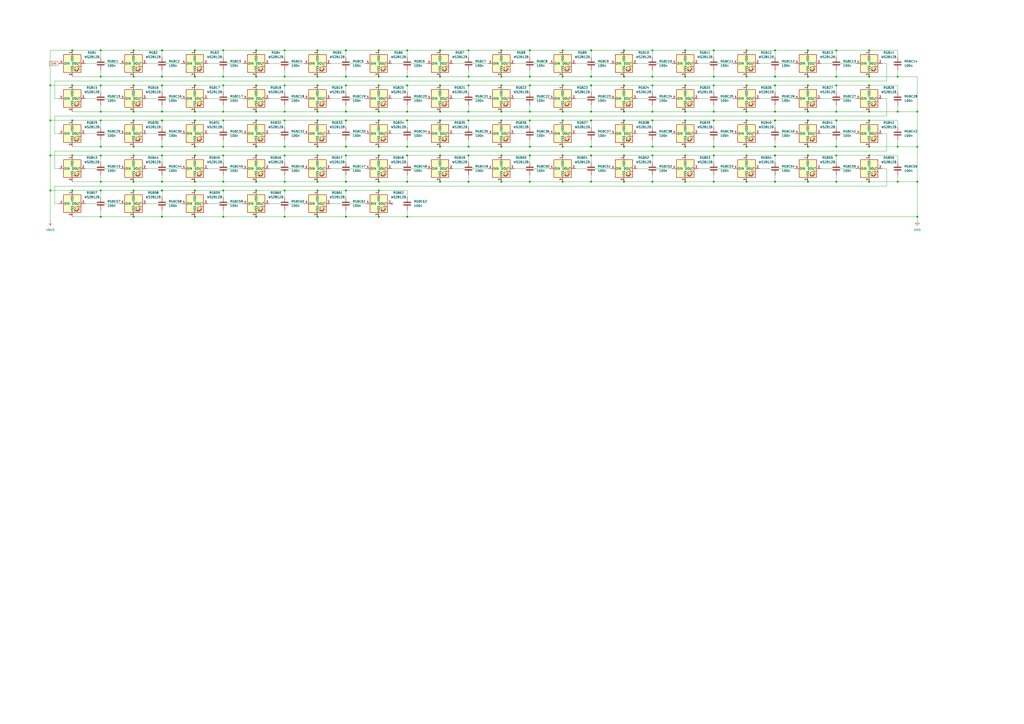
<source format=kicad_sch>
(kicad_sch (version 20231120) (generator "eeschema") (generator_version "8.0")
  (paper "A2")
  (junction (at 77.47 44.45))
  (junction (at 271.78 49.53))
  (junction (at 414.02 85.09))
  (junction (at 184.15 125.73))
  (junction (at 236.22 90.17))
  (junction (at 58.42 49.53))
  (junction (at 165.1 105.41))
  (junction (at 29.21 90.17))
  (junction (at 113.03 125.73))
  (junction (at 184.15 105.41))
  (junction (at 148.59 105.41))
  (junction (at 148.59 110.49))
  (junction (at 58.42 69.85))
  (junction (at 485.14 105.41))
  (junction (at 414.02 29.21))
  (junction (at 184.15 90.17))
  (junction (at 468.63 105.41))
  (junction (at 378.46 29.21))
  (junction (at 520.7 44.45))
  (junction (at 307.34 90.17))
  (junction (at 271.78 29.21))
  (junction (at 41.91 90.17))
  (junction (at 449.58 64.77))
  (junction (at 219.71 44.45))
  (junction (at 378.46 85.09))
  (junction (at 255.27 49.53))
  (junction (at 290.83 49.53))
  (junction (at 520.7 105.41))
  (junction (at 326.39 69.85))
  (junction (at 148.59 85.09))
  (junction (at 113.03 49.53))
  (junction (at 433.07 29.21))
  (junction (at 307.34 105.41))
  (junction (at 129.54 85.09))
  (junction (at 449.58 29.21))
  (junction (at 361.95 85.09))
  (junction (at 255.27 44.45))
  (junction (at 378.46 69.85))
  (junction (at 219.71 90.17))
  (junction (at 148.59 90.17))
  (junction (at 361.95 69.85))
  (junction (at 326.39 85.09))
  (junction (at 200.66 49.53))
  (junction (at 113.03 44.45))
  (junction (at 148.59 44.45))
  (junction (at 361.95 44.45))
  (junction (at 414.02 90.17))
  (junction (at 200.66 44.45))
  (junction (at 77.47 85.09))
  (junction (at 148.59 125.73))
  (junction (at 93.98 69.85))
  (junction (at 165.1 85.09))
  (junction (at 165.1 29.21))
  (junction (at 361.95 64.77))
  (junction (at 129.54 64.77))
  (junction (at 397.51 69.85))
  (junction (at 165.1 49.53))
  (junction (at 307.34 64.77))
  (junction (at 468.63 90.17))
  (junction (at 77.47 49.53))
  (junction (at 468.63 69.85))
  (junction (at 271.78 105.41))
  (junction (at 129.54 90.17))
  (junction (at 148.59 69.85))
  (junction (at 77.47 110.49))
  (junction (at 342.9 49.53))
  (junction (at 219.71 49.53))
  (junction (at 397.51 29.21))
  (junction (at 255.27 90.17))
  (junction (at 271.78 64.77))
  (junction (at 361.95 90.17))
  (junction (at 184.15 29.21))
  (junction (at 504.19 85.09))
  (junction (at 485.14 29.21))
  (junction (at 433.07 44.45))
  (junction (at 200.66 64.77))
  (junction (at 236.22 125.73))
  (junction (at 468.63 44.45))
  (junction (at 93.98 105.41))
  (junction (at 433.07 85.09))
  (junction (at 449.58 49.53))
  (junction (at 307.34 49.53))
  (junction (at 307.34 29.21))
  (junction (at 378.46 64.77))
  (junction (at 184.15 64.77))
  (junction (at 29.21 49.53))
  (junction (at 129.54 69.85))
  (junction (at 58.42 64.77))
  (junction (at 77.47 29.21))
  (junction (at 433.07 90.17))
  (junction (at 58.42 29.21))
  (junction (at 414.02 49.53))
  (junction (at 113.03 90.17))
  (junction (at 361.95 49.53))
  (junction (at 449.58 105.41))
  (junction (at 504.19 64.77))
  (junction (at 236.22 49.53))
  (junction (at 129.54 105.41))
  (junction (at 271.78 69.85))
  (junction (at 342.9 105.41))
  (junction (at 290.83 90.17))
  (junction (at 485.14 44.45))
  (junction (at 378.46 90.17))
  (junction (at 41.91 110.49))
  (junction (at 77.47 125.73))
  (junction (at 200.66 105.41))
  (junction (at 236.22 64.77))
  (junction (at 433.07 49.53))
  (junction (at 271.78 44.45))
  (junction (at 307.34 85.09))
  (junction (at 93.98 49.53))
  (junction (at 290.83 44.45))
  (junction (at 504.19 49.53))
  (junction (at 29.21 69.85))
  (junction (at 129.54 49.53))
  (junction (at 113.03 105.41))
  (junction (at 433.07 69.85))
  (junction (at 236.22 29.21))
  (junction (at 290.83 85.09))
  (junction (at 129.54 44.45))
  (junction (at 58.42 90.17))
  (junction (at 378.46 105.41))
  (junction (at 504.19 29.21))
  (junction (at 414.02 44.45))
  (junction (at 219.71 29.21))
  (junction (at 93.98 44.45))
  (junction (at 236.22 69.85))
  (junction (at 414.02 69.85))
  (junction (at 342.9 85.09))
  (junction (at 58.42 44.45))
  (junction (at 113.03 29.21))
  (junction (at 41.91 29.21))
  (junction (at 184.15 49.53))
  (junction (at 449.58 90.17))
  (junction (at 271.78 85.09))
  (junction (at 113.03 110.49))
  (junction (at 361.95 29.21))
  (junction (at 532.13 85.09))
  (junction (at 113.03 85.09))
  (junction (at 200.66 110.49))
  (junction (at 58.42 105.41))
  (junction (at 378.46 44.45))
  (junction (at 77.47 69.85))
  (junction (at 468.63 49.53))
  (junction (at 290.83 64.77))
  (junction (at 342.9 69.85))
  (junction (at 504.19 90.17))
  (junction (at 93.98 90.17))
  (junction (at 200.66 29.21))
  (junction (at 255.27 69.85))
  (junction (at 41.91 69.85))
  (junction (at 414.02 64.77))
  (junction (at 520.7 85.09))
  (junction (at 378.46 49.53))
  (junction (at 58.42 85.09))
  (junction (at 165.1 125.73))
  (junction (at 532.13 64.77))
  (junction (at 307.34 44.45))
  (junction (at 485.14 49.53))
  (junction (at 77.47 64.77))
  (junction (at 397.51 44.45))
  (junction (at 397.51 90.17))
  (junction (at 184.15 110.49))
  (junction (at 255.27 105.41))
  (junction (at 219.71 85.09))
  (junction (at 433.07 105.41))
  (junction (at 148.59 64.77))
  (junction (at 271.78 90.17))
  (junction (at 129.54 29.21))
  (junction (at 449.58 44.45))
  (junction (at 449.58 69.85))
  (junction (at 326.39 64.77))
  (junction (at 219.71 105.41))
  (junction (at 255.27 85.09))
  (junction (at 326.39 105.41))
  (junction (at 255.27 64.77))
  (junction (at 532.13 125.73))
  (junction (at 165.1 110.49))
  (junction (at 326.39 29.21))
  (junction (at 236.22 105.41))
  (junction (at 184.15 85.09))
  (junction (at 532.13 105.41))
  (junction (at 342.9 44.45))
  (junction (at 397.51 64.77))
  (junction (at 397.51 105.41))
  (junction (at 307.34 69.85))
  (junction (at 184.15 44.45))
  (junction (at 165.1 69.85))
  (junction (at 397.51 49.53))
  (junction (at 326.39 44.45))
  (junction (at 41.91 49.53))
  (junction (at 200.66 69.85))
  (junction (at 342.9 64.77))
  (junction (at 219.71 64.77))
  (junction (at 520.7 64.77))
  (junction (at 433.07 64.77))
  (junction (at 485.14 85.09))
  (junction (at 236.22 44.45))
  (junction (at 184.15 69.85))
  (junction (at 129.54 110.49))
  (junction (at 342.9 29.21))
  (junction (at 504.19 44.45))
  (junction (at 93.98 85.09))
  (junction (at 219.71 125.73))
  (junction (at 219.71 110.49))
  (junction (at 148.59 49.53))
  (junction (at 468.63 64.77))
  (junction (at 290.83 29.21))
  (junction (at 165.1 90.17))
  (junction (at 290.83 105.41))
  (junction (at 58.42 110.49))
  (junction (at 255.27 29.21))
  (junction (at 290.83 69.85))
  (junction (at 29.21 110.49))
  (junction (at 148.59 29.21))
  (junction (at 485.14 69.85))
  (junction (at 93.98 125.73))
  (junction (at 77.47 90.17))
  (junction (at 113.03 69.85))
  (junction (at 468.63 85.09))
  (junction (at 219.71 69.85))
  (junction (at 414.02 105.41))
  (junction (at 200.66 85.09))
  (junction (at 165.1 64.77))
  (junction (at 58.42 125.73))
  (junction (at 468.63 29.21))
  (junction (at 165.1 44.45))
  (junction (at 77.47 105.41))
  (junction (at 504.19 105.41))
  (junction (at 200.66 125.73))
  (junction (at 326.39 90.17))
  (junction (at 485.14 90.17))
  (junction (at 129.54 125.73))
  (junction (at 485.14 64.77))
  (junction (at 449.58 85.09))
  (junction (at 200.66 90.17))
  (junction (at 342.9 90.17))
  (junction (at 93.98 110.49))
  (junction (at 93.98 29.21))
  (junction (at 236.22 85.09))
  (junction (at 113.03 64.77))
  (junction (at 397.51 85.09))
  (junction (at 326.39 49.53))
  (junction (at 361.95 105.41))
  (junction (at 93.98 64.77))
  (junction (at 504.19 69.85))
  (no_connect (at 227.33 118.11))
  (wire (pts (xy 41.91 125.73) (xy 58.42 125.73)))
  (wire (pts (xy 236.22 49.53) (xy 255.27 49.53)))
  (wire (pts (xy 307.34 90.17) (xy 307.34 93.98)))
  (wire (pts (xy 271.78 49.53) (xy 290.83 49.53)))
  (wire (pts (xy 378.46 44.45) (xy 397.51 44.45)))
  (wire (pts (xy 200.66 29.21) (xy 200.66 33.02)))
  (wire (pts (xy 93.98 110.49) (xy 113.03 110.49)))
  (wire (pts (xy 219.71 125.73) (xy 236.22 125.73)))
  (wire (pts (xy 49.53 97.79) (xy 69.85 97.79)))
  (wire (pts (xy 236.22 85.09) (xy 255.27 85.09)))
  (wire (pts (xy 31.75 67.31) (xy 31.75 77.47)))
  (wire (pts (xy 485.14 105.41) (xy 504.19 105.41)))
  (wire (pts (xy 433.07 49.53) (xy 449.58 49.53)))
  (wire (pts (xy 29.21 90.17) (xy 29.21 69.85)))
  (wire (pts (xy 29.21 49.53) (xy 29.21 29.21)))
  (wire (pts (xy 58.42 69.85) (xy 77.47 69.85)))
  (wire (pts (xy 85.09 36.83) (xy 105.41 36.83)))
  (wire (pts (xy 165.1 110.49) (xy 165.1 114.3)))
  (wire (pts (xy 77.47 69.85) (xy 93.98 69.85)))
  (wire (pts (xy 129.54 101.6) (xy 129.54 105.41)))
  (wire (pts (xy 219.71 85.09) (xy 236.22 85.09)))
  (wire (pts (xy 326.39 49.53) (xy 342.9 49.53)))
  (wire (pts (xy 485.14 69.85) (xy 504.19 69.85)))
  (wire (pts (xy 433.07 105.41) (xy 449.58 105.41)))
  (wire (pts (xy 405.13 57.15) (xy 425.45 57.15)))
  (wire (pts (xy 342.9 40.64) (xy 342.9 44.45)))
  (wire (pts (xy 504.19 105.41) (xy 520.7 105.41)))
  (wire (pts (xy 271.78 44.45) (xy 290.83 44.45)))
  (wire (pts (xy 378.46 69.85) (xy 397.51 69.85)))
  (wire (pts (xy 361.95 44.45) (xy 378.46 44.45)))
  (wire (pts (xy 271.78 90.17) (xy 271.78 93.98)))
  (wire (pts (xy 165.1 29.21) (xy 184.15 29.21)))
  (wire (pts (xy 290.83 105.41) (xy 307.34 105.41)))
  (wire (pts (xy 514.35 36.83) (xy 514.35 46.99)))
  (wire (pts (xy 200.66 81.28) (xy 200.66 85.09)))
  (wire (pts (xy 514.35 87.63) (xy 31.75 87.63)))
  (wire (pts (xy 148.59 64.77) (xy 165.1 64.77)))
  (wire (pts (xy 58.42 29.21) (xy 77.47 29.21)))
  (wire (pts (xy 440.69 57.15) (xy 461.01 57.15)))
  (wire (pts (xy 511.81 77.47) (xy 514.35 77.47)))
  (wire (pts (xy 476.25 77.47) (xy 496.57 77.47)))
  (wire (pts (xy 77.47 90.17) (xy 93.98 90.17)))
  (wire (pts (xy 191.77 97.79) (xy 212.09 97.79)))
  (wire (pts (xy 342.9 29.21) (xy 342.9 33.02)))
  (wire (pts (xy 255.27 90.17) (xy 271.78 90.17)))
  (wire (pts (xy 129.54 110.49) (xy 129.54 114.3)))
  (wire (pts (xy 532.13 125.73) (xy 236.22 125.73)))
  (wire (pts (xy 41.91 105.41) (xy 58.42 105.41)))
  (wire (pts (xy 378.46 69.85) (xy 378.46 73.66)))
  (wire (pts (xy 520.7 69.85) (xy 520.7 73.66)))
  (wire (pts (xy 440.69 97.79) (xy 461.01 97.79)))
  (wire (pts (xy 449.58 29.21) (xy 449.58 33.02)))
  (wire (pts (xy 504.19 49.53) (xy 520.7 49.53)))
  (wire (pts (xy 41.91 110.49) (xy 58.42 110.49)))
  (wire (pts (xy 184.15 105.41) (xy 200.66 105.41)))
  (wire (pts (xy 58.42 49.53) (xy 77.47 49.53)))
  (wire (pts (xy 290.83 69.85) (xy 307.34 69.85)))
  (wire (pts (xy 342.9 49.53) (xy 361.95 49.53)))
  (wire (pts (xy 148.59 85.09) (xy 165.1 85.09)))
  (wire (pts (xy 485.14 29.21) (xy 485.14 33.02)))
  (wire (pts (xy 520.7 29.21) (xy 520.7 33.02)))
  (wire (pts (xy 165.1 81.28) (xy 165.1 85.09)))
  (wire (pts (xy 148.59 29.21) (xy 165.1 29.21)))
  (wire (pts (xy 236.22 60.96) (xy 236.22 64.77)))
  (wire (pts (xy 58.42 121.92) (xy 58.42 125.73)))
  (wire (pts (xy 326.39 85.09) (xy 342.9 85.09)))
  (wire (pts (xy 200.66 105.41) (xy 219.71 105.41)))
  (wire (pts (xy 93.98 81.28) (xy 93.98 85.09)))
  (wire (pts (xy 165.1 101.6) (xy 165.1 105.41)))
  (wire (pts (xy 449.58 40.64) (xy 449.58 44.45)))
  (wire (pts (xy 148.59 105.41) (xy 165.1 105.41)))
  (wire (pts (xy 271.78 69.85) (xy 271.78 73.66)))
  (wire (pts (xy 85.09 57.15) (xy 105.41 57.15)))
  (wire (pts (xy 165.1 105.41) (xy 184.15 105.41)))
  (wire (pts (xy 236.22 69.85) (xy 236.22 73.66)))
  (wire (pts (xy 449.58 64.77) (xy 468.63 64.77)))
  (wire (pts (xy 129.54 125.73) (xy 148.59 125.73)))
  (wire (pts (xy 414.02 69.85) (xy 414.02 73.66)))
  (wire (pts (xy 165.1 60.96) (xy 165.1 64.77)))
  (wire (pts (xy 129.54 69.85) (xy 148.59 69.85)))
  (wire (pts (xy 58.42 125.73) (xy 77.47 125.73)))
  (wire (pts (xy 93.98 60.96) (xy 93.98 64.77)))
  (wire (pts (xy 378.46 60.96) (xy 378.46 64.77)))
  (wire (pts (xy 227.33 57.15) (xy 247.65 57.15)))
  (wire (pts (xy 414.02 29.21) (xy 433.07 29.21)))
  (wire (pts (xy 148.59 49.53) (xy 165.1 49.53)))
  (wire (pts (xy 397.51 44.45) (xy 414.02 44.45)))
  (wire (pts (xy 449.58 49.53) (xy 468.63 49.53)))
  (wire (pts (xy 129.54 64.77) (xy 148.59 64.77)))
  (wire (pts (xy 85.09 118.11) (xy 105.41 118.11)))
  (wire (pts (xy 148.59 110.49) (xy 165.1 110.49)))
  (wire (pts (xy 326.39 29.21) (xy 342.9 29.21)))
  (wire (pts (xy 485.14 49.53) (xy 485.14 53.34)))
  (wire (pts (xy 93.98 40.64) (xy 93.98 44.45)))
  (wire (pts (xy 271.78 64.77) (xy 290.83 64.77)))
  (wire (pts (xy 41.91 64.77) (xy 58.42 64.77)))
  (wire (pts (xy 511.81 36.83) (xy 514.35 36.83)))
  (wire (pts (xy 93.98 110.49) (xy 93.98 114.3)))
  (wire (pts (xy 485.14 101.6) (xy 485.14 105.41)))
  (wire (pts (xy 236.22 101.6) (xy 236.22 105.41)))
  (wire (pts (xy 219.71 110.49) (xy 236.22 110.49)))
  (wire (pts (xy 58.42 90.17) (xy 58.42 93.98)))
  (wire (pts (xy 520.7 85.09) (xy 532.13 85.09)))
  (wire (pts (xy 184.15 69.85) (xy 200.66 69.85)))
  (wire (pts (xy 200.66 69.85) (xy 219.71 69.85)))
  (wire (pts (xy 449.58 69.85) (xy 449.58 73.66)))
  (wire (pts (xy 326.39 44.45) (xy 342.9 44.45)))
  (wire (pts (xy 298.45 77.47) (xy 318.77 77.47)))
  (wire (pts (xy 41.91 110.49) (xy 29.21 110.49)))
  (wire (pts (xy 342.9 105.41) (xy 361.95 105.41)))
  (wire (pts (xy 255.27 85.09) (xy 271.78 85.09)))
  (wire (pts (xy 58.42 110.49) (xy 77.47 110.49)))
  (wire (pts (xy 93.98 69.85) (xy 113.03 69.85)))
  (wire (pts (xy 433.07 69.85) (xy 449.58 69.85)))
  (wire (pts (xy 129.54 121.92) (xy 129.54 125.73)))
  (wire (pts (xy 378.46 90.17) (xy 378.46 93.98)))
  (wire (pts (xy 271.78 29.21) (xy 290.83 29.21)))
  (wire (pts (xy 369.57 77.47) (xy 389.89 77.47)))
  (wire (pts (xy 532.13 105.41) (xy 532.13 125.73)))
  (wire (pts (xy 468.63 69.85) (xy 485.14 69.85)))
  (wire (pts (xy 58.42 64.77) (xy 77.47 64.77)))
  (wire (pts (xy 468.63 85.09) (xy 485.14 85.09)))
  (wire (pts (xy 29.21 110.49) (xy 29.21 90.17)))
  (wire (pts (xy 271.78 29.21) (xy 271.78 33.02)))
  (wire (pts (xy 236.22 29.21) (xy 236.22 33.02)))
  (wire (pts (xy 165.1 90.17) (xy 184.15 90.17)))
  (wire (pts (xy 449.58 49.53) (xy 449.58 53.34)))
  (wire (pts (xy 342.9 69.85) (xy 342.9 73.66)))
  (wire (pts (xy 334.01 97.79) (xy 354.33 97.79)))
  (wire (pts (xy 200.66 121.92) (xy 200.66 125.73)))
  (wire (pts (xy 290.83 90.17) (xy 307.34 90.17)))
  (wire (pts (xy 414.02 64.77) (xy 433.07 64.77)))
  (wire (pts (xy 113.03 110.49) (xy 129.54 110.49)))
  (wire (pts (xy 184.15 64.77) (xy 200.66 64.77)))
  (wire (pts (xy 219.71 49.53) (xy 236.22 49.53)))
  (wire (pts (xy 433.07 29.21) (xy 449.58 29.21)))
  (wire (pts (xy 219.71 44.45) (xy 236.22 44.45)))
  (wire (pts (xy 184.15 125.73) (xy 200.66 125.73)))
  (wire (pts (xy 255.27 44.45) (xy 271.78 44.45)))
  (wire (pts (xy 58.42 101.6) (xy 58.42 105.41)))
  (wire (pts (xy 378.46 29.21) (xy 378.46 33.02)))
  (wire (pts (xy 342.9 29.21) (xy 361.95 29.21)))
  (wire (pts (xy 255.27 29.21) (xy 271.78 29.21)))
  (wire (pts (xy 504.19 64.77) (xy 520.7 64.77)))
  (wire (pts (xy 29.21 49.53) (xy 41.91 49.53)))
  (wire (pts (xy 405.13 36.83) (xy 425.45 36.83)))
  (wire (pts (xy 361.95 64.77) (xy 378.46 64.77)))
  (wire (pts (xy 58.42 81.28) (xy 58.42 85.09)))
  (wire (pts (xy 41.91 85.09) (xy 58.42 85.09)))
  (wire (pts (xy 200.66 110.49) (xy 200.66 114.3)))
  (wire (pts (xy 236.22 110.49) (xy 236.22 114.3)))
  (wire (pts (xy 113.03 105.41) (xy 129.54 105.41)))
  (wire (pts (xy 191.77 36.83) (xy 212.09 36.83)))
  (wire (pts (xy 219.71 69.85) (xy 236.22 69.85)))
  (wire (pts (xy 165.1 125.73) (xy 184.15 125.73)))
  (wire (pts (xy 271.78 90.17) (xy 290.83 90.17)))
  (wire (pts (xy 120.65 97.79) (xy 140.97 97.79)))
  (wire (pts (xy 219.71 64.77) (xy 236.22 64.77)))
  (wire (pts (xy 532.13 64.77) (xy 532.13 85.09)))
  (wire (pts (xy 414.02 29.21) (xy 414.02 33.02)))
  (wire (pts (xy 29.21 90.17) (xy 41.91 90.17)))
  (wire (pts (xy 378.46 90.17) (xy 397.51 90.17)))
  (wire (pts (xy 397.51 64.77) (xy 414.02 64.77)))
  (wire (pts (xy 200.66 60.96) (xy 200.66 64.77)))
  (wire (pts (xy 520.7 60.96) (xy 520.7 64.77)))
  (wire (pts (xy 58.42 60.96) (xy 58.42 64.77)))
  (wire (pts (xy 262.89 77.47) (xy 283.21 77.47)))
  (wire (pts (xy 520.7 40.64) (xy 520.7 44.45)))
  (wire (pts (xy 49.53 118.11) (xy 69.85 118.11)))
  (wire (pts (xy 77.47 49.53) (xy 93.98 49.53)))
  (wire (pts (xy 405.13 97.79) (xy 425.45 97.79)))
  (wire (pts (xy 200.66 64.77) (xy 219.71 64.77)))
  (wire (pts (xy 449.58 101.6) (xy 449.58 105.41)))
  (wire (pts (xy 342.9 44.45) (xy 361.95 44.45)))
  (wire (pts (xy 378.46 85.09) (xy 397.51 85.09)))
  (wire (pts (xy 113.03 29.21) (xy 129.54 29.21)))
  (wire (pts (xy 85.09 77.47) (xy 105.41 77.47)))
  (wire (pts (xy 342.9 81.28) (xy 342.9 85.09)))
  (wire (pts (xy 361.95 105.41) (xy 378.46 105.41)))
  (wire (pts (xy 271.78 105.41) (xy 290.83 105.41)))
  (wire (pts (xy 449.58 90.17) (xy 449.58 93.98)))
  (wire (pts (xy 113.03 69.85) (xy 129.54 69.85)))
  (wire (pts (xy 361.95 49.53) (xy 378.46 49.53)))
  (wire (pts (xy 468.63 49.53) (xy 485.14 49.53)))
  (wire (pts (xy 227.33 36.83) (xy 247.65 36.83)))
  (wire (pts (xy 236.22 44.45) (xy 255.27 44.45)))
  (wire (pts (xy 449.58 81.28) (xy 449.58 85.09)))
  (wire (pts (xy 433.07 44.45) (xy 449.58 44.45)))
  (wire (pts (xy 120.65 36.83) (xy 140.97 36.83)))
  (wire (pts (xy 236.22 90.17) (xy 236.22 93.98)))
  (wire (pts (xy 113.03 125.73) (xy 129.54 125.73)))
  (wire (pts (xy 31.75 87.63) (xy 31.75 97.79)))
  (wire (pts (xy 58.42 69.85) (xy 58.42 73.66)))
  (wire (pts (xy 307.34 49.53) (xy 326.39 49.53)))
  (wire (pts (xy 165.1 90.17) (xy 165.1 93.98)))
  (wire (pts (xy 449.58 69.85) (xy 468.63 69.85)))
  (wire (pts (xy 532.13 44.45) (xy 532.13 64.77)))
  (wire (pts (xy 511.81 97.79) (xy 514.35 97.79)))
  (wire (pts (xy 156.21 36.83) (xy 176.53 36.83)))
  (wire (pts (xy 93.98 69.85) (xy 93.98 73.66)))
  (wire (pts (xy 307.34 90.17) (xy 326.39 90.17)))
  (wire (pts (xy 148.59 125.73) (xy 165.1 125.73)))
  (wire (pts (xy 307.34 44.45) (xy 326.39 44.45)))
  (wire (pts (xy 334.01 77.47) (xy 354.33 77.47)))
  (wire (pts (xy 307.34 69.85) (xy 307.34 73.66)))
  (wire (pts (xy 77.47 110.49) (xy 93.98 110.49)))
  (wire (pts (xy 361.95 90.17) (xy 378.46 90.17)))
  (wire (pts (xy 93.98 29.21) (xy 93.98 33.02)))
  (wire (pts (xy 361.95 69.85) (xy 378.46 69.85)))
  (wire (pts (xy 148.59 90.17) (xy 165.1 90.17)))
  (wire (pts (xy 405.13 77.47) (xy 425.45 77.47)))
  (wire (pts (xy 433.07 64.77) (xy 449.58 64.77)))
  (wire (pts (xy 485.14 90.17) (xy 504.19 90.17)))
  (wire (pts (xy 184.15 85.09) (xy 200.66 85.09)))
  (wire (pts (xy 93.98 90.17) (xy 113.03 90.17)))
  (wire (pts (xy 342.9 85.09) (xy 361.95 85.09)))
  (wire (pts (xy 514.35 67.31) (xy 31.75 67.31)))
  (wire (pts (xy 262.89 36.83) (xy 283.21 36.83)))
  (wire (pts (xy 129.54 60.96) (xy 129.54 64.77)))
  (wire (pts (xy 468.63 105.41) (xy 485.14 105.41)))
  (wire (pts (xy 85.09 97.79) (xy 105.41 97.79)))
  (wire (pts (xy 77.47 85.09) (xy 93.98 85.09)))
  (wire (pts (xy 236.22 69.85) (xy 255.27 69.85)))
  (wire (pts (xy 485.14 85.09) (xy 504.19 85.09)))
  (wire (pts (xy 49.53 36.83) (xy 69.85 36.83)))
  (wire (pts (xy 219.71 90.17) (xy 236.22 90.17)))
  (wire (pts (xy 77.47 105.41) (xy 93.98 105.41)))
  (wire (pts (xy 397.51 105.41) (xy 414.02 105.41)))
  (wire (pts (xy 378.46 101.6) (xy 378.46 105.41)))
  (wire (pts (xy 156.21 57.15) (xy 176.53 57.15)))
  (wire (pts (xy 271.78 60.96) (xy 271.78 64.77)))
  (wire (pts (xy 290.83 49.53) (xy 307.34 49.53)))
  (wire (pts (xy 219.71 29.21) (xy 236.22 29.21)))
  (wire (pts (xy 532.13 85.09) (xy 532.13 105.41)))
  (wire (pts (xy 93.98 49.53) (xy 113.03 49.53)))
  (wire (pts (xy 113.03 64.77) (xy 129.54 64.77)))
  (wire (pts (xy 378.46 64.77) (xy 397.51 64.77)))
  (wire (pts (xy 378.46 40.64) (xy 378.46 44.45)))
  (wire (pts (xy 440.69 77.47) (xy 461.01 77.47)))
  (wire (pts (xy 200.66 44.45) (xy 219.71 44.45)))
  (wire (pts (xy 290.83 44.45) (xy 307.34 44.45)))
  (wire (pts (xy 191.77 57.15) (xy 212.09 57.15)))
  (wire (pts (xy 476.25 36.83) (xy 496.57 36.83)))
  (wire (pts (xy 290.83 29.21) (xy 307.34 29.21)))
  (wire (pts (xy 468.63 29.21) (xy 485.14 29.21)))
  (wire (pts (xy 200.66 125.73) (xy 219.71 125.73)))
  (wire (pts (xy 449.58 90.17) (xy 468.63 90.17)))
  (wire (pts (xy 504.19 29.21) (xy 520.7 29.21)))
  (wire (pts (xy 236.22 90.17) (xy 255.27 90.17)))
  (wire (pts (xy 93.98 105.41) (xy 113.03 105.41)))
  (wire (pts (xy 184.15 49.53) (xy 200.66 49.53)))
  (wire (pts (xy 307.34 49.53) (xy 307.34 53.34)))
  (wire (pts (xy 31.75 118.11) (xy 34.29 118.11)))
  (wire (pts (xy 307.34 81.28) (xy 307.34 85.09)))
  (wire (pts (xy 307.34 105.41) (xy 326.39 105.41)))
  (wire (pts (xy 414.02 44.45) (xy 433.07 44.45)))
  (wire (pts (xy 58.42 105.41) (xy 77.47 105.41)))
  (wire (pts (xy 236.22 64.77) (xy 255.27 64.77)))
  (wire (pts (xy 485.14 60.96) (xy 485.14 64.77)))
  (wire (pts (xy 165.1 69.85) (xy 184.15 69.85)))
  (wire (pts (xy 165.1 49.53) (xy 184.15 49.53)))
  (wire (pts (xy 120.65 57.15) (xy 140.97 57.15)))
  (wire (pts (xy 271.78 49.53) (xy 271.78 53.34)))
  (wire (pts (xy 290.83 64.77) (xy 307.34 64.77)))
  (wire (pts (xy 262.89 57.15) (xy 283.21 57.15)))
  (wire (pts (xy 397.51 29.21) (xy 414.02 29.21)))
  (wire (pts (xy 255.27 105.41) (xy 271.78 105.41)))
  (wire (pts (xy 200.66 29.21) (xy 219.71 29.21)))
  (wire (pts (xy 191.77 77.47) (xy 212.09 77.47)))
  (wire (pts (xy 93.98 101.6) (xy 93.98 105.41)))
  (wire (pts (xy 449.58 29.21) (xy 468.63 29.21)))
  (wire (pts (xy 326.39 64.77) (xy 342.9 64.77)))
  (wire (pts (xy 520.7 90.17) (xy 520.7 93.98)))
  (wire (pts (xy 414.02 60.96) (xy 414.02 64.77)))
  (wire (pts (xy 342.9 101.6) (xy 342.9 105.41)))
  (wire (pts (xy 129.54 105.41) (xy 148.59 105.41)))
  (wire (pts (xy 93.98 49.53) (xy 93.98 53.34)))
  (wire (pts (xy 449.58 44.45) (xy 468.63 44.45)))
  (wire (pts (xy 485.14 44.45) (xy 504.19 44.45)))
  (wire (pts (xy 129.54 49.53) (xy 148.59 49.53)))
  (wire (pts (xy 41.91 49.53) (xy 58.42 49.53)))
  (wire (pts (xy 129.54 90.17) (xy 148.59 90.17)))
  (wire (pts (xy 334.01 36.83) (xy 354.33 36.83)))
  (wire (pts (xy 485.14 69.85) (xy 485.14 73.66)))
  (wire (pts (xy 41.91 44.45) (xy 58.42 44.45)))
  (wire (pts (xy 433.07 85.09) (xy 449.58 85.09)))
  (wire (pts (xy 113.03 85.09) (xy 129.54 85.09)))
  (wire (pts (xy 165.1 29.21) (xy 165.1 33.02)))
  (wire (pts (xy 93.98 44.45) (xy 113.03 44.45)))
  (wire (pts (xy 165.1 44.45) (xy 184.15 44.45)))
  (wire (pts (xy 262.89 97.79) (xy 283.21 97.79)))
  (wire (pts (xy 93.98 121.92) (xy 93.98 125.73)))
  (wire (pts (xy 514.35 77.47) (xy 514.35 87.63)))
  (wire (pts (xy 41.91 90.17) (xy 58.42 90.17)))
  (wire (pts (xy 378.46 49.53) (xy 397.51 49.53)))
  (wire (pts (xy 200.66 40.64) (xy 200.66 44.45)))
  (wire (pts (xy 77.47 125.73) (xy 93.98 125.73)))
  (wire (pts (xy 369.57 36.83) (xy 389.89 36.83)))
  (wire (pts (xy 414.02 81.28) (xy 414.02 85.09)))
  (wire (pts (xy 298.45 36.83) (xy 318.77 36.83)))
  (wire (pts (xy 156.21 97.79) (xy 176.53 97.79)))
  (wire (pts (xy 29.21 69.85) (xy 29.21 49.53)))
  (wire (pts (xy 271.78 101.6) (xy 271.78 105.41)))
  (wire (pts (xy 520.7 105.41) (xy 532.13 105.41)))
  (wire (pts (xy 476.25 97.79) (xy 496.57 97.79)))
  (wire (pts (xy 307.34 69.85) (xy 326.39 69.85)))
  (wire (pts (xy 532.13 125.73) (xy 532.13 128.27)))
  (wire (pts (xy 200.66 85.09) (xy 219.71 85.09)))
  (wire (pts (xy 58.42 49.53) (xy 58.42 53.34)))
  (wire (pts (xy 520.7 44.45) (xy 532.13 44.45)))
  (wire (pts (xy 31.75 57.15) (xy 34.29 57.15)))
  (wire (pts (xy 129.54 85.09) (xy 148.59 85.09)))
  (wire (pts (xy 414.02 90.17) (xy 433.07 90.17)))
  (wire (pts (xy 342.9 69.85) (xy 361.95 69.85)))
  (wire (pts (xy 485.14 64.77) (xy 504.19 64.77)))
  (wire (pts (xy 58.42 40.64) (xy 58.42 44.45)))
  (wire (pts (xy 165.1 121.92) (xy 165.1 125.73)))
  (wire (pts (xy 93.98 125.73) (xy 113.03 125.73)))
  (wire (pts (xy 255.27 64.77) (xy 271.78 64.77)))
  (wire (pts (xy 236.22 29.21) (xy 255.27 29.21)))
  (wire (pts (xy 113.03 90.17) (xy 129.54 90.17)))
  (wire (pts (xy 31.75 107.95) (xy 514.35 107.95)))
  (wire (pts (xy 397.51 69.85) (xy 414.02 69.85)))
  (wire (pts (xy 378.46 81.28) (xy 378.46 85.09)))
  (wire (pts (xy 200.66 110.49) (xy 219.71 110.49)))
  (wire (pts (xy 307.34 60.96) (xy 307.34 64.77)))
  (wire (pts (xy 200.66 49.53) (xy 200.66 53.34)))
  (wire (pts (xy 414.02 90.17) (xy 414.02 93.98)))
  (wire (pts (xy 31.75 97.79) (xy 34.29 97.79)))
  (wire (pts (xy 200.66 69.85) (xy 200.66 73.66)))
  (wire (pts (xy 504.19 44.45) (xy 520.7 44.45)))
  (wire (pts (xy 414.02 69.85) (xy 433.07 69.85)))
  (wire (pts (xy 29.21 29.21) (xy 41.91 29.21)))
  (wire (pts (xy 200.66 49.53) (xy 219.71 49.53)))
  (wire (pts (xy 148.59 69.85) (xy 165.1 69.85)))
  (wire (pts (xy 219.71 105.41) (xy 236.22 105.41)))
  (wire (pts (xy 165.1 40.64) (xy 165.1 44.45)))
  (wire (pts (xy 29.21 69.85) (xy 41.91 69.85)))
  (wire (pts (xy 200.66 101.6) (xy 200.66 105.41)))
  (wire (pts (xy 129.54 29.21) (xy 148.59 29.21)))
  (wire (pts (xy 29.21 110.49) (xy 29.21 128.27)))
  (wire (pts (xy 58.42 90.17) (xy 77.47 90.17)))
  (wire (pts (xy 414.02 105.41) (xy 433.07 105.41)))
  (wire (pts (xy 184.15 44.45) (xy 200.66 44.45)))
  (wire (pts (xy 514.35 46.99) (xy 31.75 46.99)))
  (wire (pts (xy 200.66 90.17) (xy 200.66 93.98)))
  (wire (pts (xy 334.01 57.15) (xy 354.33 57.15)))
  (wire (pts (xy 378.46 29.21) (xy 397.51 29.21)))
  (wire (pts (xy 342.9 64.77) (xy 361.95 64.77)))
  (wire (pts (xy 414.02 40.64) (xy 414.02 44.45)))
  (wire (pts (xy 58.42 44.45) (xy 77.47 44.45)))
  (wire (pts (xy 255.27 69.85) (xy 271.78 69.85)))
  (wire (pts (xy 511.81 57.15) (xy 514.35 57.15)))
  (wire (pts (xy 31.75 46.99) (xy 31.75 57.15)))
  (wire (pts (xy 342.9 60.96) (xy 342.9 64.77)))
  (wire (pts (xy 307.34 101.6) (xy 307.34 105.41)))
  (wire (pts (xy 271.78 69.85) (xy 290.83 69.85)))
  (wire (pts (xy 31.75 77.47) (xy 34.29 77.47)))
  (wire (pts (xy 58.42 85.09) (xy 77.47 85.09)))
  (wire (pts (xy 414.02 85.09) (xy 433.07 85.09)))
  (wire (pts (xy 307.34 29.21) (xy 307.34 33.02)))
  (wire (pts (xy 165.1 110.49) (xy 184.15 110.49)))
  (wire (pts (xy 236.22 121.92) (xy 236.22 125.73)))
  (wire (pts (xy 49.53 57.15) (xy 69.85 57.15)))
  (wire (pts (xy 77.47 44.45) (xy 93.98 44.45)))
  (wire (pts (xy 129.54 81.28) (xy 129.54 85.09)))
  (wire (pts (xy 520.7 49.53) (xy 520.7 53.34)))
  (wire (pts (xy 129.54 69.85) (xy 129.54 73.66)))
  (wire (pts (xy 468.63 90.17) (xy 485.14 90.17)))
  (wire (pts (xy 236.22 40.64) (xy 236.22 44.45)))
  (wire (pts (xy 290.83 85.09) (xy 307.34 85.09)))
  (wire (pts (xy 41.91 69.85) (xy 58.42 69.85)))
  (wire (pts (xy 77.47 29.21) (xy 93.98 29.21)))
  (wire (pts (xy 156.21 118.11) (xy 176.53 118.11)))
  (wire (pts (xy 271.78 85.09) (xy 290.83 85.09)))
  (wire (pts (xy 236.22 105.41) (xy 255.27 105.41)))
  (wire (pts (xy 485.14 29.21) (xy 504.19 29.21)))
  (wire (pts (xy 433.07 90.17) (xy 449.58 90.17)))
  (wire (pts (xy 255.27 49.53) (xy 271.78 49.53)))
  (wire (pts (xy 504.19 69.85) (xy 520.7 69.85)))
  (wire (pts (xy 504.19 85.09) (xy 520.7 85.09)))
  (wire (pts (xy 129.54 110.49) (xy 148.59 110.49)))
  (wire (pts (xy 93.98 90.17) (xy 93.98 93.98)))
  (wire (pts (xy 93.98 85.09) (xy 113.03 85.09)))
  (wire (pts (xy 227.33 77.47) (xy 247.65 77.47)))
  (wire (pts (xy 31.75 107.95) (xy 31.75 118.11)))
  (wire (pts (xy 414.02 49.53) (xy 414.02 53.34)))
  (wire (pts (xy 468.63 64.77) (xy 485.14 64.77)))
  (wire (pts (xy 514.35 57.15) (xy 514.35 67.31)))
  (wire (pts (xy 440.69 36.83) (xy 461.01 36.83)))
  (wire (pts (xy 414.02 101.6) (xy 414.02 105.41)))
  (wire (pts (xy 449.58 60.96) (xy 449.58 64.77)))
  (wire (pts (xy 165.1 69.85) (xy 165.1 73.66)))
  (wire (pts (xy 468.63 44.45) (xy 485.14 44.45)))
  (wire (pts (xy 156.21 77.47) (xy 176.53 77.47)))
  (wire (pts (xy 236.22 81.28) (xy 236.22 85.09)))
  (wire (pts (xy 307.34 29.21) (xy 326.39 29.21)))
  (wire (pts (xy 476.25 57.15) (xy 496.57 57.15)))
  (wire (pts (xy 184.15 90.17) (xy 200.66 90.17)))
  (wire (pts (xy 326.39 90.17) (xy 342.9 90.17)))
  (wire (pts (xy 129.54 90.17) (xy 129.54 93.98)))
  (wire (pts (xy 342.9 90.17) (xy 342.9 93.98)))
  (wire (pts (xy 165.1 64.77) (xy 184.15 64.77)))
  (wire (pts (xy 397.51 49.53) (xy 414.02 49.53)))
  (wire (pts (xy 165.1 85.09) (xy 184.15 85.09)))
  (wire (pts (xy 58.42 29.21) (xy 58.42 33.02)))
  (wire (pts (xy 298.45 57.15) (xy 318.77 57.15)))
  (wire (pts (xy 520.7 101.6) (xy 520.7 105.41)))
  (wire (pts (xy 191.77 118.11) (xy 212.09 118.11)))
  (wire (pts (xy 129.54 44.45) (xy 148.59 44.45)))
  (wire (pts (xy 120.65 118.11) (xy 140.97 118.11)))
  (wire (pts (xy 129.54 49.53) (xy 129.54 53.34)))
  (wire (pts (xy 378.46 105.41) (xy 397.51 105.41)))
  (wire (pts (xy 504.19 90.17) (xy 520.7 90.17)))
  (wire (pts (xy 342.9 49.53) (xy 342.9 53.34)))
  (wire (pts (xy 369.57 57.15) (xy 389.89 57.15)))
  (wire (pts (xy 514.35 97.79) (xy 514.35 107.95)))
  (wire (pts (xy 298.45 97.79) (xy 318.77 97.79)))
  (wire (pts (xy 485.14 49.53) (xy 504.19 49.53)))
  (wire (pts (xy 485.14 90.17) (xy 485.14 93.98)))
  (wire (pts (xy 165.1 49.53) (xy 165.1 53.34)))
  (wire (pts (xy 93.98 29.21) (xy 113.03 29.21)))
  (wire (pts (xy 520.7 64.77) (xy 532.13 64.77)))
  (wire (pts (xy 361.95 29.21) (xy 378.46 29.21)))
  (wire (pts (xy 49.53 77.47) (xy 69.85 77.47)))
  (wire (pts (xy 485.14 81.28) (xy 485.14 85.09)))
  (wire (pts (xy 184.15 29.21) (xy 200.66 29.21)))
  (wire (pts (xy 369.57 97.79) (xy 389.89 97.79)))
  (wire (pts (xy 397.51 85.09) (xy 414.02 85.09)))
  (wire (pts (xy 361.95 85.09) (xy 378.46 85.09)))
  (wire (pts (xy 129.54 40.64) (xy 129.54 44.45)))
  (wire (pts (xy 77.47 64.77) (xy 93.98 64.77)))
  (wire (pts (xy 129.54 29.21) (xy 129.54 33.02)))
  (wire (pts (xy 449.58 105.41) (xy 468.63 105.41)))
  (wire (pts (xy 120.65 77.47) (xy 140.97 77.47)))
  (wire (pts (xy 449.58 85.09) (xy 468.63 85.09)))
  (wire (pts (xy 397.51 90.17) (xy 414.02 90.17)))
  (wire (pts (xy 307.34 85.09) (xy 326.39 85.09)))
  (wire (pts (xy 307.34 40.64) (xy 307.34 44.45)))
  (wire (pts (xy 200.66 90.17) (xy 219.71 90.17)))
  (wire (pts (xy 342.9 90.17) (xy 361.95 90.17)))
  (wire (pts (xy 148.59 44.45) (xy 165.1 44.45)))
  (wire (pts (xy 271.78 81.28) (xy 271.78 85.09)))
  (wire (pts (xy 520.7 81.28) (xy 520.7 85.09)))
  (wire (pts (xy 58.42 110.49) (xy 58.42 114.3)))
  (wire (pts (xy 227.33 97.79) (xy 247.65 97.79)))
  (wire (pts (xy 113.03 44.45) (xy 129.54 44.45)))
  (wire (pts (xy 184.15 110.49) (xy 200.66 110.49)))
  (wire (pts (xy 93.98 64.77) (xy 113.03 64.77)))
  (wire (pts (xy 236.22 49.53) (xy 236.22 53.34)))
  (wire (pts (xy 307.34 64.77) (xy 326.39 64.77)))
  (wire (pts (xy 41.91 29.21) (xy 58.42 29.21)))
  (wire (pts (xy 326.39 69.85) (xy 342.9 69.85)))
  (wire (pts (xy 271.78 40.64) (xy 271.78 44.45)))
  (wire (pts (xy 414.02 49.53) (xy 433.07 49.53)))
  (wire (pts (xy 113.03 49.53) (xy 129.54 49.53)))
  (wire (pts (xy 485.14 40.64) (xy 485.14 44.45)))
  (wire (pts (xy 378.46 49.53) (xy 378.46 53.34)))
  (wire (pts (xy 326.39 105.41) (xy 342.9 105.41)))
  (global_label "DIN" (shape input) (at 34.29 36.83 180) (property "Intersheetrefs" "${INTERSHEET_REFS}" (effects (hide yes))))
  (symbol (lib_id "LED:WS2812B") (at 184.15 57.15 0) (unit 1)
    (property "Reference" "RGB19" (at 195.58 50.8314 0))
    (property "Value" "WS2812B" (at 195.58 53.3714 0))
    (property "Footprint" "RGB:ws2812B_6028" (effects (hide yes)))
    (property "Datasheet" "https://cdn-shop.adafruit.com/datasheets/WS2812B.pdf" (effects (hide yes)))
    (property "Description" "RGB LED with integrated controller" (effects (hide yes)))
  )
  (symbol (lib_id "Device:C") (at 236.22 57.15 0) (unit 1)
    (property "Reference" "RGBC20" (at 240.03 55.8799 0) (effects (justify left)))
    (property "Value" "100n" (at 240.03 58.4199 0) (effects (justify left)))
    (property "Footprint" "Capacitor_SMD:C_0402_1005Metric" (effects (hide yes)))
    (property "Description" "Unpolarized capacitor" (effects (hide yes)))
  )
  (symbol (lib_id "Device:C") (at 129.54 36.83 0) (unit 1)
    (property "Reference" "RGBC3" (at 133.35 35.5599 0) (effects (justify left)))
    (property "Value" "100n" (at 133.35 38.0999 0) (effects (justify left)))
    (property "Footprint" "Capacitor_SMD:C_0402_1005Metric" (effects (hide yes)))
    (property "Description" "Unpolarized capacitor" (effects (hide yes)))
  )
  (symbol (lib_id "LED:WS2812B") (at 41.91 77.47 0) (unit 1)
    (property "Reference" "RGB29" (at 53.34 71.1514 0))
    (property "Value" "WS2812B" (at 53.34 73.6914 0))
    (property "Footprint" "RGB:ws2812B_6028" (effects (hide yes)))
    (property "Datasheet" "https://cdn-shop.adafruit.com/datasheets/WS2812B.pdf" (effects (hide yes)))
    (property "Description" "RGB LED with integrated controller" (effects (hide yes)))
  )
  (symbol (lib_id "LED:WS2812B") (at 184.15 97.79 0) (unit 1)
    (property "Reference" "RGB47" (at 195.58 91.4714 0))
    (property "Value" "WS2812B" (at 195.58 94.0114 0))
    (property "Footprint" "RGB:ws2812B_6028" (effects (hide yes)))
    (property "Datasheet" "https://cdn-shop.adafruit.com/datasheets/WS2812B.pdf" (effects (hide yes)))
    (property "Description" "RGB LED with integrated controller" (effects (hide yes)))
  )
  (symbol (lib_id "Device:C") (at 520.7 36.83 0) (unit 1)
    (property "Reference" "RGBC14" (at 524.51 35.5599 0) (effects (justify left)))
    (property "Value" "100n" (at 524.51 38.0999 0) (effects (justify left)))
    (property "Footprint" "Capacitor_SMD:C_0402_1005Metric" (effects (hide yes)))
    (property "Description" "Unpolarized capacitor" (effects (hide yes)))
  )
  (symbol (lib_id "Device:C") (at 342.9 57.15 0) (unit 1)
    (property "Reference" "RGBC23" (at 346.71 55.8799 0) (effects (justify left)))
    (property "Value" "100n" (at 346.71 58.4199 0) (effects (justify left)))
    (property "Footprint" "Capacitor_SMD:C_0402_1005Metric" (effects (hide yes)))
    (property "Description" "Unpolarized capacitor" (effects (hide yes)))
  )
  (symbol (lib_id "LED:WS2812B") (at 397.51 97.79 0) (unit 1)
    (property "Reference" "RGB53" (at 408.94 91.4714 0))
    (property "Value" "WS2812B" (at 408.94 94.0114 0))
    (property "Footprint" "RGB:ws2812B_6028" (effects (hide yes)))
    (property "Datasheet" "https://cdn-shop.adafruit.com/datasheets/WS2812B.pdf" (effects (hide yes)))
    (property "Description" "RGB LED with integrated controller" (effects (hide yes)))
  )
  (symbol (lib_id "LED:WS2812B") (at 77.47 97.79 0) (unit 1)
    (property "Reference" "RGB44" (at 88.9 91.4714 0))
    (property "Value" "WS2812B" (at 88.9 94.0114 0))
    (property "Footprint" "RGB:ws2812B_6028" (effects (hide yes)))
    (property "Datasheet" "https://cdn-shop.adafruit.com/datasheets/WS2812B.pdf" (effects (hide yes)))
    (property "Description" "RGB LED with integrated controller" (effects (hide yes)))
  )
  (symbol (lib_id "Device:C") (at 200.66 97.79 0) (unit 1)
    (property "Reference" "RGBC47" (at 204.47 96.5199 0) (effects (justify left)))
    (property "Value" "100n" (at 204.47 99.0599 0) (effects (justify left)))
    (property "Footprint" "Capacitor_SMD:C_0402_1005Metric" (effects (hide yes)))
    (property "Description" "Unpolarized capacitor" (effects (hide yes)))
  )
  (symbol (lib_id "Device:C") (at 236.22 77.47 0) (unit 1)
    (property "Reference" "RGBC34" (at 240.03 76.1999 0) (effects (justify left)))
    (property "Value" "100n" (at 240.03 78.7399 0) (effects (justify left)))
    (property "Footprint" "Capacitor_SMD:C_0402_1005Metric" (effects (hide yes)))
    (property "Description" "Unpolarized capacitor" (effects (hide yes)))
  )
  (symbol (lib_id "Device:C") (at 58.42 57.15 0) (unit 1)
    (property "Reference" "RGBC15" (at 62.23 55.8799 0) (effects (justify left)))
    (property "Value" "100n" (at 62.23 58.4199 0) (effects (justify left)))
    (property "Footprint" "Capacitor_SMD:C_0402_1005Metric" (effects (hide yes)))
    (property "Description" "Unpolarized capacitor" (effects (hide yes)))
  )
  (symbol (lib_id "LED:WS2812B") (at 361.95 97.79 0) (unit 1)
    (property "Reference" "RGB52" (at 373.38 91.4714 0))
    (property "Value" "WS2812B" (at 373.38 94.0114 0))
    (property "Footprint" "RGB:ws2812B_6028" (effects (hide yes)))
    (property "Datasheet" "https://cdn-shop.adafruit.com/datasheets/WS2812B.pdf" (effects (hide yes)))
    (property "Description" "RGB LED with integrated controller" (effects (hide yes)))
  )
  (symbol (lib_id "Device:C") (at 58.42 77.47 0) (unit 1)
    (property "Reference" "RGBC29" (at 62.23 76.1999 0) (effects (justify left)))
    (property "Value" "100n" (at 62.23 78.7399 0) (effects (justify left)))
    (property "Footprint" "Capacitor_SMD:C_0402_1005Metric" (effects (hide yes)))
    (property "Description" "Unpolarized capacitor" (effects (hide yes)))
  )
  (symbol (lib_id "LED:WS2812B") (at 468.63 57.15 0) (unit 1)
    (property "Reference" "RGB27" (at 480.06 50.8314 0))
    (property "Value" "WS2812B" (at 480.06 53.3714 0))
    (property "Footprint" "RGB:ws2812B_6028" (effects (hide yes)))
    (property "Datasheet" "https://cdn-shop.adafruit.com/datasheets/WS2812B.pdf" (effects (hide yes)))
    (property "Description" "RGB LED with integrated controller" (effects (hide yes)))
  )
  (symbol (lib_id "LED:WS2812B") (at 184.15 118.11 0) (unit 1)
    (property "Reference" "RGB61" (at 195.58 111.7914 0))
    (property "Value" "WS2812B" (at 195.58 114.3314 0))
    (property "Footprint" "RGB:ws2812B_6028" (effects (hide yes)))
    (property "Datasheet" "https://cdn-shop.adafruit.com/datasheets/WS2812B.pdf" (effects (hide yes)))
    (property "Description" "RGB LED with integrated controller" (effects (hide yes)))
  )
  (symbol (lib_id "LED:WS2812B") (at 219.71 77.47 0) (unit 1)
    (property "Reference" "RGB34" (at 231.14 71.1514 0))
    (property "Value" "WS2812B" (at 231.14 73.6914 0))
    (property "Footprint" "RGB:ws2812B_6028" (effects (hide yes)))
    (property "Datasheet" "https://cdn-shop.adafruit.com/datasheets/WS2812B.pdf" (effects (hide yes)))
    (property "Description" "RGB LED with integrated controller" (effects (hide yes)))
  )
  (symbol (lib_id "LED:WS2812B") (at 41.91 118.11 0) (unit 1)
    (property "Reference" "RGB57" (at 53.34 111.7914 0))
    (property "Value" "WS2812B" (at 53.34 114.3314 0))
    (property "Footprint" "RGB:ws2812B_6028" (effects (hide yes)))
    (property "Datasheet" "https://cdn-shop.adafruit.com/datasheets/WS2812B.pdf" (effects (hide yes)))
    (property "Description" "RGB LED with integrated controller" (effects (hide yes)))
  )
  (symbol (lib_id "LED:WS2812B") (at 326.39 36.83 0) (unit 1)
    (property "Reference" "RGB9" (at 337.82 30.5114 0))
    (property "Value" "WS2812B" (at 337.82 33.0514 0))
    (property "Footprint" "RGB:ws2812B_6028" (effects (hide yes)))
    (property "Datasheet" "https://cdn-shop.adafruit.com/datasheets/WS2812B.pdf" (effects (hide yes)))
    (property "Description" "RGB LED with integrated controller" (effects (hide yes)))
  )
  (symbol (lib_id "LED:WS2812B") (at 433.07 36.83 0) (unit 1)
    (property "Reference" "RGB12" (at 444.5 30.5114 0))
    (property "Value" "WS2812B" (at 444.5 33.0514 0))
    (property "Footprint" "RGB:ws2812B_6028" (effects (hide yes)))
    (property "Datasheet" "https://cdn-shop.adafruit.com/datasheets/WS2812B.pdf" (effects (hide yes)))
    (property "Description" "RGB LED with integrated controller" (effects (hide yes)))
  )
  (symbol (lib_id "LED:WS2812B") (at 255.27 36.83 0) (unit 1)
    (property "Reference" "RGB7" (at 266.7 30.5114 0))
    (property "Value" "WS2812B" (at 266.7 33.0514 0))
    (property "Footprint" "RGB:ws2812B_6028" (effects (hide yes)))
    (property "Datasheet" "https://cdn-shop.adafruit.com/datasheets/WS2812B.pdf" (effects (hide yes)))
    (property "Description" "RGB LED with integrated controller" (effects (hide yes)))
  )
  (symbol (lib_id "Device:C") (at 200.66 36.83 0) (unit 1)
    (property "Reference" "RGBC5" (at 204.47 35.5599 0) (effects (justify left)))
    (property "Value" "100n" (at 204.47 38.0999 0) (effects (justify left)))
    (property "Footprint" "Capacitor_SMD:C_0402_1005Metric" (effects (hide yes)))
    (property "Description" "Unpolarized capacitor" (effects (hide yes)))
  )
  (symbol (lib_id "Device:C") (at 449.58 57.15 0) (unit 1)
    (property "Reference" "RGBC26" (at 453.39 55.8799 0) (effects (justify left)))
    (property "Value" "100n" (at 453.39 58.4199 0) (effects (justify left)))
    (property "Footprint" "Capacitor_SMD:C_0402_1005Metric" (effects (hide yes)))
    (property "Description" "Unpolarized capacitor" (effects (hide yes)))
  )
  (symbol (lib_id "Device:C") (at 129.54 97.79 0) (unit 1)
    (property "Reference" "RGBC45" (at 133.35 96.5199 0) (effects (justify left)))
    (property "Value" "100n" (at 133.35 99.0599 0) (effects (justify left)))
    (property "Footprint" "Capacitor_SMD:C_0402_1005Metric" (effects (hide yes)))
    (property "Description" "Unpolarized capacitor" (effects (hide yes)))
  )
  (symbol (lib_id "Device:C") (at 449.58 97.79 0) (unit 1)
    (property "Reference" "RGBC54" (at 453.39 96.5199 0) (effects (justify left)))
    (property "Value" "100n" (at 453.39 99.0599 0) (effects (justify left)))
    (property "Footprint" "Capacitor_SMD:C_0402_1005Metric" (effects (hide yes)))
    (property "Description" "Unpolarized capacitor" (effects (hide yes)))
  )
  (symbol (lib_id "Device:C") (at 165.1 97.79 0) (unit 1)
    (property "Reference" "RGBC46" (at 168.91 96.5199 0) (effects (justify left)))
    (property "Value" "100n" (at 168.91 99.0599 0) (effects (justify left)))
    (property "Footprint" "Capacitor_SMD:C_0402_1005Metric" (effects (hide yes)))
    (property "Description" "Unpolarized capacitor" (effects (hide yes)))
  )
  (symbol (lib_id "Device:C") (at 485.14 36.83 0) (unit 1)
    (property "Reference" "RGBC13" (at 488.95 35.5599 0) (effects (justify left)))
    (property "Value" "100n" (at 488.95 38.0999 0) (effects (justify left)))
    (property "Footprint" "Capacitor_SMD:C_0402_1005Metric" (effects (hide yes)))
    (property "Description" "Unpolarized capacitor" (effects (hide yes)))
  )
  (symbol (lib_id "LED:WS2812B") (at 504.19 36.83 0) (unit 1)
    (property "Reference" "RGB14" (at 515.62 30.5114 0))
    (property "Value" "WS2812B" (at 515.62 33.0514 0))
    (property "Footprint" "RGB:ws2812B_6028" (effects (hide yes)))
    (property "Datasheet" "https://cdn-shop.adafruit.com/datasheets/WS2812B.pdf" (effects (hide yes)))
    (property "Description" "RGB LED with integrated controller" (effects (hide yes)))
  )
  (symbol (lib_id "LED:WS2812B") (at 361.95 57.15 0) (unit 1)
    (property "Reference" "RGB24" (at 373.38 50.8314 0))
    (property "Value" "WS2812B" (at 373.38 53.3714 0))
    (property "Footprint" "RGB:ws2812B_6028" (effects (hide yes)))
    (property "Datasheet" "https://cdn-shop.adafruit.com/datasheets/WS2812B.pdf" (effects (hide yes)))
    (property "Description" "RGB LED with integrated controller" (effects (hide yes)))
  )
  (symbol (lib_id "LED:WS2812B") (at 184.15 36.83 0) (unit 1)
    (property "Reference" "RGB5" (at 195.58 30.5114 0))
    (property "Value" "WS2812B" (at 195.58 33.0514 0))
    (property "Footprint" "RGB:ws2812B_6028" (effects (hide yes)))
    (property "Datasheet" "https://cdn-shop.adafruit.com/datasheets/WS2812B.pdf" (effects (hide yes)))
    (property "Description" "RGB LED with integrated controller" (effects (hide yes)))
  )
  (symbol (lib_id "Device:C") (at 449.58 36.83 0) (unit 1)
    (property "Reference" "RGBC12" (at 453.39 35.5599 0) (effects (justify left)))
    (property "Value" "100n" (at 453.39 38.0999 0) (effects (justify left)))
    (property "Footprint" "Capacitor_SMD:C_0402_1005Metric" (effects (hide yes)))
    (property "Description" "Unpolarized capacitor" (effects (hide yes)))
  )
  (symbol (lib_id "Device:C") (at 93.98 77.47 0) (unit 1)
    (property "Reference" "RGBC30" (at 97.79 76.1999 0) (effects (justify left)))
    (property "Value" "100n" (at 97.79 78.7399 0) (effects (justify left)))
    (property "Footprint" "Capacitor_SMD:C_0402_1005Metric" (effects (hide yes)))
    (property "Description" "Unpolarized capacitor" (effects (hide yes)))
  )
  (symbol (lib_id "Device:C") (at 93.98 36.83 0) (unit 1)
    (property "Reference" "RGBC2" (at 97.79 35.5599 0) (effects (justify left)))
    (property "Value" "100n" (at 97.79 38.0999 0) (effects (justify left)))
    (property "Footprint" "Capacitor_SMD:C_0402_1005Metric" (effects (hide yes)))
    (property "Description" "Unpolarized capacitor" (effects (hide yes)))
  )
  (symbol (lib_id "LED:WS2812B") (at 468.63 77.47 0) (unit 1)
    (property "Reference" "RGB41" (at 480.06 71.1514 0))
    (property "Value" "WS2812B" (at 480.06 73.6914 0))
    (property "Footprint" "RGB:ws2812B_6028" (effects (hide yes)))
    (property "Datasheet" "https://cdn-shop.adafruit.com/datasheets/WS2812B.pdf" (effects (hide yes)))
    (property "Description" "RGB LED with integrated controller" (effects (hide yes)))
  )
  (symbol (lib_id "LED:WS2812B") (at 255.27 57.15 0) (unit 1)
    (property "Reference" "RGB21" (at 266.7 50.8314 0))
    (property "Value" "WS2812B" (at 266.7 53.3714 0))
    (property "Footprint" "RGB:ws2812B_6028" (effects (hide yes)))
    (property "Datasheet" "https://cdn-shop.adafruit.com/datasheets/WS2812B.pdf" (effects (hide yes)))
    (property "Description" "RGB LED with integrated controller" (effects (hide yes)))
  )
  (symbol (lib_id "Device:C") (at 342.9 77.47 0) (unit 1)
    (property "Reference" "RGBC37" (at 346.71 76.1999 0) (effects (justify left)))
    (property "Value" "100n" (at 346.71 78.7399 0) (effects (justify left)))
    (property "Footprint" "Capacitor_SMD:C_0402_1005Metric" (effects (hide yes)))
    (property "Description" "Unpolarized capacitor" (effects (hide yes)))
  )
  (symbol (lib_id "LED:WS2812B") (at 148.59 57.15 0) (unit 1)
    (property "Reference" "RGB18" (at 160.02 50.8314 0))
    (property "Value" "WS2812B" (at 160.02 53.3714 0))
    (property "Footprint" "RGB:ws2812B_6028" (effects (hide yes)))
    (property "Datasheet" "https://cdn-shop.adafruit.com/datasheets/WS2812B.pdf" (effects (hide yes)))
    (property "Description" "RGB LED with integrated controller" (effects (hide yes)))
  )
  (symbol (lib_id "LED:WS2812B") (at 433.07 57.15 0) (unit 1)
    (property "Reference" "RGB26" (at 444.5 50.8314 0))
    (property "Value" "WS2812B" (at 444.5 53.3714 0))
    (property "Footprint" "RGB:ws2812B_6028" (effects (hide yes)))
    (property "Datasheet" "https://cdn-shop.adafruit.com/datasheets/WS2812B.pdf" (effects (hide yes)))
    (property "Description" "RGB LED with integrated controller" (effects (hide yes)))
  )
  (symbol (lib_id "Device:C") (at 165.1 57.15 0) (unit 1)
    (property "Reference" "RGBC18" (at 168.91 55.8799 0) (effects (justify left)))
    (property "Value" "100n" (at 168.91 58.4199 0) (effects (justify left)))
    (property "Footprint" "Capacitor_SMD:C_0402_1005Metric" (effects (hide yes)))
    (property "Description" "Unpolarized capacitor" (effects (hide yes)))
  )
  (symbol (lib_id "Device:C") (at 307.34 97.79 0) (unit 1)
    (property "Reference" "RGBC50" (at 311.15 96.5199 0) (effects (justify left)))
    (property "Value" "100n" (at 311.15 99.0599 0) (effects (justify left)))
    (property "Footprint" "Capacitor_SMD:C_0402_1005Metric" (effects (hide yes)))
    (property "Description" "Unpolarized capacitor" (effects (hide yes)))
  )
  (symbol (lib_id "LED:WS2812B") (at 113.03 57.15 0) (unit 1)
    (property "Reference" "RGB17" (at 124.46 50.8314 0))
    (property "Value" "WS2812B" (at 124.46 53.3714 0))
    (property "Footprint" "RGB:ws2812B_6028" (effects (hide yes)))
    (property "Datasheet" "https://cdn-shop.adafruit.com/datasheets/WS2812B.pdf" (effects (hide yes)))
    (property "Description" "RGB LED with integrated controller" (effects (hide yes)))
  )
  (symbol (lib_id "Device:C") (at 414.02 36.83 0) (unit 1)
    (property "Reference" "RGBC11" (at 417.83 35.5599 0) (effects (justify left)))
    (property "Value" "100n" (at 417.83 38.0999 0) (effects (justify left)))
    (property "Footprint" "Capacitor_SMD:C_0402_1005Metric" (effects (hide yes)))
    (property "Description" "Unpolarized capacitor" (effects (hide yes)))
  )
  (symbol (lib_id "Device:C") (at 378.46 36.83 0) (unit 1)
    (property "Reference" "RGBC10" (at 382.27 35.5599 0) (effects (justify left)))
    (property "Value" "100n" (at 382.27 38.0999 0) (effects (justify left)))
    (property "Footprint" "Capacitor_SMD:C_0402_1005Metric" (effects (hide yes)))
    (property "Description" "Unpolarized capacitor" (effects (hide yes)))
  )
  (symbol (lib_id "Device:C") (at 200.66 57.15 0) (unit 1)
    (property "Reference" "RGBC19" (at 204.47 55.8799 0) (effects (justify left)))
    (property "Value" "100n" (at 204.47 58.4199 0) (effects (justify left)))
    (property "Footprint" "Capacitor_SMD:C_0402_1005Metric" (effects (hide yes)))
    (property "Description" "Unpolarized capacitor" (effects (hide yes)))
  )
  (symbol (lib_id "LED:WS2812B") (at 290.83 36.83 0) (unit 1)
    (property "Reference" "RGB8" (at 302.26 30.5114 0))
    (property "Value" "WS2812B" (at 302.26 33.0514 0))
    (property "Footprint" "RGB:ws2812B_6028" (effects (hide yes)))
    (property "Datasheet" "https://cdn-shop.adafruit.com/datasheets/WS2812B.pdf" (effects (hide yes)))
    (property "Description" "RGB LED with integrated controller" (effects (hide yes)))
  )
  (symbol (lib_id "Device:C") (at 200.66 118.11 0) (unit 1)
    (property "Reference" "RGBC61" (at 204.47 116.8399 0) (effects (justify left)))
    (property "Value" "100n" (at 204.47 119.3799 0) (effects (justify left)))
    (property "Footprint" "Capacitor_SMD:C_0402_1005Metric" (effects (hide yes)))
    (property "Description" "Unpolarized capacitor" (effects (hide yes)))
  )
  (symbol (lib_id "LED:WS2812B") (at 77.47 57.15 0) (unit 1)
    (property "Reference" "RGB16" (at 88.9 50.8314 0))
    (property "Value" "WS2812B" (at 88.9 53.3714 0))
    (property "Footprint" "RGB:ws2812B_6028" (effects (hide yes)))
    (property "Datasheet" "https://cdn-shop.adafruit.com/datasheets/WS2812B.pdf" (effects (hide yes)))
    (property "Description" "RGB LED with integrated controller" (effects (hide yes)))
  )
  (symbol (lib_id "Device:C") (at 129.54 118.11 0) (unit 1)
    (property "Reference" "RGBC59" (at 133.35 116.8399 0) (effects (justify left)))
    (property "Value" "100n" (at 133.35 119.3799 0) (effects (justify left)))
    (property "Footprint" "Capacitor_SMD:C_0402_1005Metric" (effects (hide yes)))
    (property "Description" "Unpolarized capacitor" (effects (hide yes)))
  )
  (symbol (lib_id "Device:C") (at 236.22 118.11 0) (unit 1)
    (property "Reference" "RGBC62" (at 240.03 116.8399 0) (effects (justify left)))
    (property "Value" "100n" (at 240.03 119.3799 0) (effects (justify left)))
    (property "Footprint" "Capacitor_SMD:C_0402_1005Metric" (effects (hide yes)))
    (property "Description" "Unpolarized capacitor" (effects (hide yes)))
  )
  (symbol (lib_id "Device:C") (at 307.34 57.15 0) (unit 1)
    (property "Reference" "RGBC22" (at 311.15 55.8799 0) (effects (justify left)))
    (property "Value" "100n" (at 311.15 58.4199 0) (effects (justify left)))
    (property "Footprint" "Capacitor_SMD:C_0402_1005Metric" (effects (hide yes)))
    (property "Description" "Unpolarized capacitor" (effects (hide yes)))
  )
  (symbol (lib_id "LED:WS2812B") (at 41.91 97.79 0) (unit 1)
    (property "Reference" "RGB43" (at 53.34 91.4714 0))
    (property "Value" "WS2812B" (at 53.34 94.0114 0))
    (property "Footprint" "RGB:ws2812B_6028" (effects (hide yes)))
    (property "Datasheet" "https://cdn-shop.adafruit.com/datasheets/WS2812B.pdf" (effects (hide yes)))
    (property "Description" "RGB LED with integrated controller" (effects (hide yes)))
  )
  (symbol (lib_id "LED:WS2812B") (at 77.47 77.47 0) (unit 1)
    (property "Reference" "RGB30" (at 88.9 71.1514 0))
    (property "Value" "WS2812B" (at 88.9 73.6914 0))
    (property "Footprint" "RGB:ws2812B_6028" (effects (hide yes)))
    (property "Datasheet" "https://cdn-shop.adafruit.com/datasheets/WS2812B.pdf" (effects (hide yes)))
    (property "Description" "RGB LED with integrated controller" (effects (hide yes)))
  )
  (symbol (lib_id "LED:WS2812B") (at 41.91 57.15 0) (unit 1)
    (property "Reference" "RGB15" (at 53.34 50.8314 0))
    (property "Value" "WS2812B" (at 53.34 53.3714 0))
    (property "Footprint" "RGB:ws2812B_6028" (effects (hide yes)))
    (property "Datasheet" "https://cdn-shop.adafruit.com/datasheets/WS2812B.pdf" (effects (hide yes)))
    (property "Description" "RGB LED with integrated controller" (effects (hide yes)))
  )
  (symbol (lib_id "Device:C") (at 520.7 97.79 0) (unit 1)
    (property "Reference" "RGBC56" (at 524.51 96.5199 0) (effects (justify left)))
    (property "Value" "100n" (at 524.51 99.0599 0) (effects (justify left)))
    (property "Footprint" "Capacitor_SMD:C_0402_1005Metric" (effects (hide yes)))
    (property "Description" "Unpolarized capacitor" (effects (hide yes)))
  )
  (symbol (lib_id "Device:C") (at 414.02 57.15 0) (unit 1)
    (property "Reference" "RGBC25" (at 417.83 55.8799 0) (effects (justify left)))
    (property "Value" "100n" (at 417.83 58.4199 0) (effects (justify left)))
    (property "Footprint" "Capacitor_SMD:C_0402_1005Metric" (effects (hide yes)))
    (property "Description" "Unpolarized capacitor" (effects (hide yes)))
  )
  (symbol (lib_id "LED:WS2812B") (at 361.95 36.83 0) (unit 1)
    (property "Reference" "RGB10" (at 373.38 30.5114 0))
    (property "Value" "WS2812B" (at 373.38 33.0514 0))
    (property "Footprint" "RGB:ws2812B_6028" (effects (hide yes)))
    (property "Datasheet" "https://cdn-shop.adafruit.com/datasheets/WS2812B.pdf" (effects (hide yes)))
    (property "Description" "RGB LED with integrated controller" (effects (hide yes)))
  )
  (symbol (lib_id "LED:WS2812B") (at 219.71 36.83 0) (unit 1)
    (property "Reference" "RGB6" (at 231.14 30.5114 0))
    (property "Value" "WS2812B" (at 231.14 33.0514 0))
    (property "Footprint" "RGB:ws2812B_6028" (effects (hide yes)))
    (property "Datasheet" "https://cdn-shop.adafruit.com/datasheets/WS2812B.pdf" (effects (hide yes)))
    (property "Description" "RGB LED with integrated controller" (effects (hide yes)))
  )
  (symbol (lib_id "Device:C") (at 271.78 36.83 0) (unit 1)
    (property "Reference" "RGBC7" (at 275.59 35.5599 0) (effects (justify left)))
    (property "Value" "100n" (at 275.59 38.0999 0) (effects (justify left)))
    (property "Footprint" "Capacitor_SMD:C_0402_1005Metric" (effects (hide yes)))
    (property "Description" "Unpolarized capacitor" (effects (hide yes)))
  )
  (symbol (lib_id "LED:WS2812B") (at 468.63 36.83 0) (unit 1)
    (property "Reference" "RGB13" (at 480.06 30.5114 0))
    (property "Value" "WS2812B" (at 480.06 33.0514 0))
    (property "Footprint" "RGB:ws2812B_6028" (effects (hide yes)))
    (property "Datasheet" "https://cdn-shop.adafruit.com/datasheets/WS2812B.pdf" (effects (hide yes)))
    (property "Description" "RGB LED with integrated controller" (effects (hide yes)))
  )
  (symbol (lib_id "Device:C") (at 93.98 118.11 0) (unit 1)
    (property "Reference" "RGBC58" (at 97.79 116.8399 0) (effects (justify left)))
    (property "Value" "100n" (at 97.79 119.3799 0) (effects (justify left)))
    (property "Footprint" "Capacitor_SMD:C_0402_1005Metric" (effects (hide yes)))
    (property "Description" "Unpolarized capacitor" (effects (hide yes)))
  )
  (symbol (lib_id "Device:C") (at 58.42 118.11 0) (unit 1)
    (property "Reference" "RGBC57" (at 62.23 116.8399 0) (effects (justify left)))
    (property "Value" "100n" (at 62.23 119.3799 0) (effects (justify left)))
    (property "Footprint" "Capacitor_SMD:C_0402_1005Metric" (effects (hide yes)))
    (property "Description" "Unpolarized capacitor" (effects (hide yes)))
  )
  (symbol (lib_id "Device:C") (at 93.98 57.15 0) (unit 1)
    (property "Reference" "RGBC16" (at 97.79 55.8799 0) (effects (justify left)))
    (property "Value" "100n" (at 97.79 58.4199 0) (effects (justify left)))
    (property "Footprint" "Capacitor_SMD:C_0402_1005Metric" (effects (hide yes)))
    (property "Description" "Unpolarized capacitor" (effects (hide yes)))
  )
  (symbol (lib_id "LED:WS2812B") (at 290.83 77.47 0) (unit 1)
    (property "Reference" "RGB36" (at 302.26 71.1514 0))
    (property "Value" "WS2812B" (at 302.26 73.6914 0))
    (property "Footprint" "RGB:ws2812B_6028" (effects (hide yes)))
    (property "Datasheet" "https://cdn-shop.adafruit.com/datasheets/WS2812B.pdf" (effects (hide yes)))
    (property "Description" "RGB LED with integrated controller" (effects (hide yes)))
  )
  (symbol (lib_id "LED:WS2812B") (at 113.03 36.83 0) (unit 1)
    (property "Reference" "RGB3" (at 124.46 30.5114 0))
    (property "Value" "WS2812B" (at 124.46 33.0514 0))
    (property "Footprint" "RGB:ws2812B_6028" (effects (hide yes)))
    (property "Datasheet" "https://cdn-shop.adafruit.com/datasheets/WS2812B.pdf" (effects (hide yes)))
    (property "Description" "RGB LED with integrated controller" (effects (hide yes)))
  )
  (symbol (lib_id "LED:WS2812B") (at 77.47 118.11 0) (unit 1)
    (property "Reference" "RGB58" (at 88.9 111.7914 0))
    (property "Value" "WS2812B" (at 88.9 114.3314 0))
    (property "Footprint" "RGB:ws2812B_6028" (effects (hide yes)))
    (property "Datasheet" "https://cdn-shop.adafruit.com/datasheets/WS2812B.pdf" (effects (hide yes)))
    (property "Description" "RGB LED with integrated controller" (effects (hide yes)))
  )
  (symbol (lib_id "Device:C") (at 485.14 77.47 0) (unit 1)
    (property "Reference" "RGBC41" (at 488.95 76.1999 0) (effects (justify left)))
    (property "Value" "100n" (at 488.95 78.7399 0) (effects (justify left)))
    (property "Footprint" "Capacitor_SMD:C_0402_1005Metric" (effects (hide yes)))
    (property "Description" "Unpolarized capacitor" (effects (hide yes)))
  )
  (symbol (lib_id "LED:WS2812B") (at 219.71 57.15 0) (unit 1)
    (property "Reference" "RGB20" (at 231.14 50.8314 0))
    (property "Value" "WS2812B" (at 231.14 53.3714 0))
    (property "Footprint" "RGB:ws2812B_6028" (effects (hide yes)))
    (property "Datasheet" "https://cdn-shop.adafruit.com/datasheets/WS2812B.pdf" (effects (hide yes)))
    (property "Description" "RGB LED with integrated controller" (effects (hide yes)))
  )
  (symbol (lib_id "LED:WS2812B") (at 397.51 36.83 0) (unit 1)
    (property "Reference" "RGB11" (at 408.94 30.5114 0))
    (property "Value" "WS2812B" (at 408.94 33.0514 0))
    (property "Footprint" "RGB:ws2812B_6028" (effects (hide yes)))
    (property "Datasheet" "https://cdn-shop.adafruit.com/datasheets/WS2812B.pdf" (effects (hide yes)))
    (property "Description" "RGB LED with integrated controller" (effects (hide yes)))
  )
  (symbol (lib_id "Device:C") (at 93.98 97.79 0) (unit 1)
    (property "Reference" "RGBC44" (at 97.79 96.5199 0) (effects (justify left)))
    (property "Value" "100n" (at 97.79 99.0599 0) (effects (justify left)))
    (property "Footprint" "Capacitor_SMD:C_0402_1005Metric" (effects (hide yes)))
    (property "Description" "Unpolarized capacitor" (effects (hide yes)))
  )
  (symbol (lib_id "Device:C") (at 236.22 97.79 0) (unit 1)
    (property "Reference" "RGBC48" (at 240.03 96.5199 0) (effects (justify left)))
    (property "Value" "100n" (at 240.03 99.0599 0) (effects (justify left)))
    (property "Footprint" "Capacitor_SMD:C_0402_1005Metric" (effects (hide yes)))
    (property "Description" "Unpolarized capacitor" (effects (hide yes)))
  )
  (symbol (lib_id "LED:WS2812B") (at 397.51 57.15 0) (unit 1)
    (property "Reference" "RGB25" (at 408.94 50.8314 0))
    (property "Value" "WS2812B" (at 408.94 53.3714 0))
    (property "Footprint" "RGB:ws2812B_6028" (effects (hide yes)))
    (property "Datasheet" "https://cdn-shop.adafruit.com/datasheets/WS2812B.pdf" (effects (hide yes)))
    (property "Description" "RGB LED with integrated controller" (effects (hide yes)))
  )
  (symbol (lib_id "LED:WS2812B") (at 113.03 97.79 0) (unit 1)
    (property "Reference" "RGB45" (at 124.46 91.4714 0))
    (property "Value" "WS2812B" (at 124.46 94.0114 0))
    (property "Footprint" "RGB:ws2812B_6028" (effects (hide yes)))
    (property "Datasheet" "https://cdn-shop.adafruit.com/datasheets/WS2812B.pdf" (effects (hide yes)))
    (property "Description" "RGB LED with integrated controller" (effects (hide yes)))
  )
  (symbol (lib_id "LED:WS2812B") (at 41.91 36.83 0) (unit 1)
    (property "Reference" "RGB1" (at 53.34 30.5114 0))
    (property "Value" "WS2812B" (at 53.34 33.0514 0))
    (property "Footprint" "RGB:ws2812B_6028" (effects (hide yes)))
    (property "Datasheet" "https://cdn-shop.adafruit.com/datasheets/WS2812B.pdf" (effects (hide yes)))
    (property "Description" "RGB LED with integrated controller" (effects (hide yes)))
  )
  (symbol (lib_id "LED:WS2812B") (at 504.19 57.15 0) (unit 1)
    (property "Reference" "RGB28" (at 515.62 50.8314 0))
    (property "Value" "WS2812B" (at 515.62 53.3714 0))
    (property "Footprint" "RGB:ws2812B_6028" (effects (hide yes)))
    (property "Datasheet" "https://cdn-shop.adafruit.com/datasheets/WS2812B.pdf" (effects (hide yes)))
    (property "Description" "RGB LED with integrated controller" (effects (hide yes)))
  )
  (symbol (lib_id "Device:C") (at 129.54 57.15 0) (unit 1)
    (property "Reference" "RGBC17" (at 133.35 55.8799 0) (effects (justify left)))
    (property "Value" "100n" (at 133.35 58.4199 0) (effects (justify left)))
    (property "Footprint" "Capacitor_SMD:C_0402_1005Metric" (effects (hide yes)))
    (property "Description" "Unpolarized capacitor" (effects (hide yes)))
  )
  (symbol (lib_id "Device:C") (at 165.1 118.11 0) (unit 1)
    (property "Reference" "RGBC60" (at 168.91 116.8399 0) (effects (justify left)))
    (property "Value" "100n" (at 168.91 119.3799 0) (effects (justify left)))
    (property "Footprint" "Capacitor_SMD:C_0402_1005Metric" (effects (hide yes)))
    (property "Description" "Unpolarized capacitor" (effects (hide yes)))
  )
  (symbol (lib_id "LED:WS2812B") (at 148.59 97.79 0) (unit 1)
    (property "Reference" "RGB46" (at 160.02 91.4714 0))
    (property "Value" "WS2812B" (at 160.02 94.0114 0))
    (property "Footprint" "RGB:ws2812B_6028" (effects (hide yes)))
    (property "Datasheet" "https://cdn-shop.adafruit.com/datasheets/WS2812B.pdf" (effects (hide yes)))
    (property "Description" "RGB LED with integrated controller" (effects (hide yes)))
  )
  (symbol (lib_id "LED:WS2812B") (at 290.83 57.15 0) (unit 1)
    (property "Reference" "RGB22" (at 302.26 50.8314 0))
    (property "Value" "WS2812B" (at 302.26 53.3714 0))
    (property "Footprint" "RGB:ws2812B_6028" (effects (hide yes)))
    (property "Datasheet" "https://cdn-shop.adafruit.com/datasheets/WS2812B.pdf" (effects (hide yes)))
    (property "Description" "RGB LED with integrated controller" (effects (hide yes)))
  )
  (symbol (lib_id "Device:C") (at 414.02 97.79 0) (unit 1)
    (property "Reference" "RGBC53" (at 417.83 96.5199 0) (effects (justify left)))
    (property "Value" "100n" (at 417.83 99.0599 0) (effects (justify left)))
    (property "Footprint" "Capacitor_SMD:C_0402_1005Metric" (effects (hide yes)))
    (property "Description" "Unpolarized capacitor" (effects (hide yes)))
  )
  (symbol (lib_id "Device:C") (at 449.58 77.47 0) (unit 1)
    (property "Reference" "RGBC40" (at 453.39 76.1999 0) (effects (justify left)))
    (property "Value" "100n" (at 453.39 78.7399 0) (effects (justify left)))
    (property "Footprint" "Capacitor_SMD:C_0402_1005Metric" (effects (hide yes)))
    (property "Description" "Unpolarized capacitor" (effects (hide yes)))
  )
  (symbol (lib_id "Device:C") (at 520.7 57.15 0) (unit 1)
    (property "Reference" "RGBC28" (at 524.51 55.8799 0) (effects (justify left)))
    (property "Value" "100n" (at 524.51 58.4199 0) (effects (justify left)))
    (property "Footprint" "Capacitor_SMD:C_0402_1005Metric" (effects (hide yes)))
    (property "Description" "Unpolarized capacitor" (effects (hide yes)))
  )
  (symbol (lib_id "LED:WS2812B") (at 77.47 36.83 0) (unit 1)
    (property "Reference" "RGB2" (at 88.9 30.5114 0))
    (property "Value" "WS2812B" (at 88.9 33.0514 0))
    (property "Footprint" "RGB:ws2812B_6028" (effects (hide yes)))
    (property "Datasheet" "https://cdn-shop.adafruit.com/datasheets/WS2812B.pdf" (effects (hide yes)))
    (property "Description" "RGB LED with integrated controller" (effects (hide yes)))
  )
  (symbol (lib_id "power:GND") (at 532.13 128.27 0) (unit 1)
    (property "Reference" "#PWR025" (effects (hide yes)))
    (property "Value" "GND" (at 532.13 133.35 0))
    (property "Description" "Power symbol creates a global label with name \"GND\" , ground" (effects (hide yes)))
  )
  (symbol (lib_id "Device:C") (at 271.78 77.47 0) (unit 1)
    (property "Reference" "RGBC35" (at 275.59 76.1999 0) (effects (justify left)))
    (property "Value" "100n" (at 275.59 78.7399 0) (effects (justify left)))
    (property "Footprint" "Capacitor_SMD:C_0402_1005Metric" (effects (hide yes)))
    (property "Description" "Unpolarized capacitor" (effects (hide yes)))
  )
  (symbol (lib_id "Device:C") (at 129.54 77.47 0) (unit 1)
    (property "Reference" "RGBC31" (at 133.35 76.1999 0) (effects (justify left)))
    (property "Value" "100n" (at 133.35 78.7399 0) (effects (justify left)))
    (property "Footprint" "Capacitor_SMD:C_0402_1005Metric" (effects (hide yes)))
    (property "Description" "Unpolarized capacitor" (effects (hide yes)))
  )
  (symbol (lib_id "LED:WS2812B") (at 255.27 77.47 0) (unit 1)
    (property "Reference" "RGB35" (at 266.7 71.1514 0))
    (property "Value" "WS2812B" (at 266.7 73.6914 0))
    (property "Footprint" "RGB:ws2812B_6028" (effects (hide yes)))
    (property "Datasheet" "https://cdn-shop.adafruit.com/datasheets/WS2812B.pdf" (effects (hide yes)))
    (property "Description" "RGB LED with integrated controller" (effects (hide yes)))
  )
  (symbol (lib_id "Device:C") (at 378.46 97.79 0) (unit 1)
    (property "Reference" "RGBC52" (at 382.27 96.5199 0) (effects (justify left)))
    (property "Value" "100n" (at 382.27 99.0599 0) (effects (justify left)))
    (property "Footprint" "Capacitor_SMD:C_0402_1005Metric" (effects (hide yes)))
    (property "Description" "Unpolarized capacitor" (effects (hide yes)))
  )
  (symbol (lib_id "LED:WS2812B") (at 113.03 77.47 0) (unit 1)
    (property "Reference" "RGB31" (at 124.46 71.1514 0))
    (property "Value" "WS2812B" (at 124.46 73.6914 0))
    (property "Footprint" "RGB:ws2812B_6028" (effects (hide yes)))
    (property "Datasheet" "https://cdn-shop.adafruit.com/datasheets/WS2812B.pdf" (effects (hide yes)))
    (property "Description" "RGB LED with integrated controller" (effects (hide yes)))
  )
  (symbol (lib_id "LED:WS2812B") (at 361.95 77.47 0) (unit 1)
    (property "Reference" "RGB38" (at 373.38 71.1514 0))
    (property "Value" "WS2812B" (at 373.38 73.6914 0))
    (property "Footprint" "RGB:ws2812B_6028" (effects (hide yes)))
    (property "Datasheet" "https://cdn-shop.adafruit.com/datasheets/WS2812B.pdf" (effects (hide yes)))
    (property "Description" "RGB LED with integrated controller" (effects (hide yes)))
  )
  (symbol (lib_id "LED:WS2812B") (at 468.63 97.79 0) (unit 1)
    (property "Reference" "RGB55" (at 480.06 91.4714 0))
    (property "Value" "WS2812B" (at 480.06 94.0114 0))
    (property "Footprint" "RGB:ws2812B_6028" (effects (hide yes)))
    (property "Datasheet" "https://cdn-shop.adafruit.com/datasheets/WS2812B.pdf" (effects (hide yes)))
    (property "Description" "RGB LED with integrated controller" (effects (hide yes)))
  )
  (symbol (lib_id "LED:WS2812B") (at 113.03 118.11 0) (unit 1)
    (property "Reference" "RGB59" (at 124.46 111.7914 0))
    (property "Value" "WS2812B" (at 124.46 114.3314 0))
    (property "Footprint" "RGB:ws2812B_6028" (effects (hide yes)))
    (property "Datasheet" "https://cdn-shop.adafruit.com/datasheets/WS2812B.pdf" (effects (hide yes)))
    (property "Description" "RGB LED with integrated controller" (effects (hide yes)))
  )
  (symbol (lib_id "LED:WS2812B") (at 326.39 77.47 0) (unit 1)
    (property "Reference" "RGB37" (at 337.82 71.1514 0))
    (property "Value" "WS2812B" (at 337.82 73.6914 0))
    (property "Footprint" "RGB:ws2812B_6028" (effects (hide yes)))
    (property "Datasheet" "https://cdn-shop.adafruit.com/datasheets/WS2812B.pdf" (effects (hide yes)))
    (property "Description" "RGB LED with integrated controller" (effects (hide yes)))
  )
  (symbol (lib_id "Device:C") (at 485.14 97.79 0) (unit 1)
    (property "Reference" "RGBC55" (at 488.95 96.5199 0) (effects (justify left)))
    (property "Value" "100n" (at 488.95 99.0599 0) (effects (justify left)))
    (property "Footprint" "Capacitor_SMD:C_0402_1005Metric" (effects (hide yes)))
    (property "Description" "Unpolarized capacitor" (effects (hide yes)))
  )
  (symbol (lib_id "Device:C") (at 485.14 57.15 0) (unit 1)
    (property "Reference" "RGBC27" (at 488.95 55.8799 0) (effects (justify left)))
    (property "Value" "100n" (at 488.95 58.4199 0) (effects (justify left)))
    (property "Footprint" "Capacitor_SMD:C_0402_1005Metric" (effects (hide yes)))
    (property "Description" "Unpolarized capacitor" (effects (hide yes)))
  )
  (symbol (lib_id "LED:WS2812B") (at 433.07 97.79 0) (unit 1)
    (property "Reference" "RGB54" (at 444.5 91.4714 0))
    (property "Value" "WS2812B" (at 444.5 94.0114 0))
    (property "Footprint" "RGB:ws2812B_6028" (effects (hide yes)))
    (property "Datasheet" "https://cdn-shop.adafruit.com/datasheets/WS2812B.pdf" (effects (hide yes)))
    (property "Description" "RGB LED with integrated controller" (effects (hide yes)))
  )
  (symbol (lib_id "Device:C") (at 414.02 77.47 0) (unit 1)
    (property "Reference" "RGBC39" (at 417.83 76.1999 0) (effects (justify left)))
    (property "Value" "100n" (at 417.83 78.7399 0) (effects (justify left)))
    (property "Footprint" "Capacitor_SMD:C_0402_1005Metric" (effects (hide yes)))
    (property "Description" "Unpolarized capacitor" (effects (hide yes)))
  )
  (symbol (lib_id "LED:WS2812B") (at 326.39 97.79 0) (unit 1)
    (property "Reference" "RGB51" (at 337.82 91.4714 0))
    (property "Value" "WS2812B" (at 337.82 94.0114 0))
    (property "Footprint" "RGB:ws2812B_6028" (effects (hide yes)))
    (property "Datasheet" "https://cdn-shop.adafruit.com/datasheets/WS2812B.pdf" (effects (hide yes)))
    (property "Description" "RGB LED with integrated controller" (effects (hide yes)))
  )
  (symbol (lib_id "Device:C") (at 165.1 36.83 0) (unit 1)
    (property "Reference" "RGBC4" (at 168.91 35.5599 0) (effects (justify left)))
    (property "Value" "100n" (at 168.91 38.0999 0) (effects (justify left)))
    (property "Footprint" "Capacitor_SMD:C_0402_1005Metric" (effects (hide yes)))
    (property "Description" "Unpolarized capacitor" (effects (hide yes)))
  )
  (symbol (lib_id "Device:C") (at 342.9 97.79 0) (unit 1)
    (property "Reference" "RGBC51" (at 346.71 96.5199 0) (effects (justify left)))
    (property "Value" "100n" (at 346.71 99.0599 0) (effects (justify left)))
    (property "Footprint" "Capacitor_SMD:C_0402_1005Metric" (effects (hide yes)))
    (property "Description" "Unpolarized capacitor" (effects (hide yes)))
  )
  (symbol (lib_id "Device:C") (at 378.46 57.15 0) (unit 1)
    (property "Reference" "RGBC24" (at 382.27 55.8799 0) (effects (justify left)))
    (property "Value" "100n" (at 382.27 58.4199 0) (effects (justify left)))
    (property "Footprint" "Capacitor_SMD:C_0402_1005Metric" (effects (hide yes)))
    (property "Description" "Unpolarized capacitor" (effects (hide yes)))
  )
  (symbol (lib_id "LED:WS2812B") (at 255.27 97.79 0) (unit 1)
    (property "Reference" "RGB49" (at 266.7 91.4714 0))
    (property "Value" "WS2812B" (at 266.7 94.0114 0))
    (property "Footprint" "RGB:ws2812B_6028" (effects (hide yes)))
    (property "Datasheet" "https://cdn-shop.adafruit.com/datasheets/WS2812B.pdf" (effects (hide yes)))
    (property "Description" "RGB LED with integrated controller" (effects (hide yes)))
  )
  (symbol (lib_id "LED:WS2812B") (at 397.51 77.47 0) (unit 1)
    (property "Reference" "RGB39" (at 408.94 71.1514 0))
    (property "Value" "WS2812B" (at 408.94 73.6914 0))
    (property "Footprint" "RGB:ws2812B_6028" (effects (hide yes)))
    (property "Datasheet" "https://cdn-shop.adafruit.com/datasheets/WS2812B.pdf" (effects (hide yes)))
    (property "Description" "RGB LED with integrated controller" (effects (hide yes)))
  )
  (symbol (lib_id "Device:C") (at 200.66 77.47 0) (unit 1)
    (property "Reference" "RGBC33" (at 204.47 76.1999 0) (effects (justify left)))
    (property "Value" "100n" (at 204.47 78.7399 0) (effects (justify left)))
    (property "Footprint" "Capacitor_SMD:C_0402_1005Metric" (effects (hide yes)))
    (property "Description" "Unpolarized capacitor" (effects (hide yes)))
  )
  (symbol (lib_id "Device:C") (at 520.7 77.47 0) (unit 1)
    (property "Reference" "RGBC42" (at 524.51 76.1999 0) (effects (justify left)))
    (property "Value" "100n" (at 524.51 78.7399 0) (effects (justify left)))
    (property "Footprint" "Capacitor_SMD:C_0402_1005Metric" (effects (hide yes)))
    (property "Description" "Unpolarized capacitor" (effects (hide yes)))
  )
  (symbol (lib_id "power:VBUS") (at 29.21 128.27 180) (unit 1)
    (property "Reference" "#PWR024" (effects (hide yes)))
    (property "Value" "VBUS" (at 29.21 133.35 0))
    (property "Description" "Power symbol creates a global label with name \"VBUS\"" (effects (hide yes)))
  )
  (symbol (lib_id "Device:C") (at 342.9 36.83 0) (unit 1)
    (property "Reference" "RGBC9" (at 346.71 35.5599 0) (effects (justify left)))
    (property "Value" "100n" (at 346.71 38.0999 0) (effects (justify left)))
    (property "Footprint" "Capacitor_SMD:C_0402_1005Metric" (effects (hide yes)))
    (property "Description" "Unpolarized capacitor" (effects (hide yes)))
  )
  (symbol (lib_id "Device:C") (at 271.78 57.15 0) (unit 1)
    (property "Reference" "RGBC21" (at 275.59 55.8799 0) (effects (justify left)))
    (property "Value" "100n" (at 275.59 58.4199 0) (effects (justify left)))
    (property "Footprint" "Capacitor_SMD:C_0402_1005Metric" (effects (hide yes)))
    (property "Description" "Unpolarized capacitor" (effects (hide yes)))
  )
  (symbol (lib_id "LED:WS2812B") (at 290.83 97.79 0) (unit 1)
    (property "Reference" "RGB50" (at 302.26 91.4714 0))
    (property "Value" "WS2812B" (at 302.26 94.0114 0))
    (property "Footprint" "RGB:ws2812B_6028" (effects (hide yes)))
    (property "Datasheet" "https://cdn-shop.adafruit.com/datasheets/WS2812B.pdf" (effects (hide yes)))
    (property "Description" "RGB LED with integrated controller" (effects (hide yes)))
  )
  (symbol (lib_id "LED:WS2812B") (at 148.59 118.11 0) (unit 1)
    (property "Reference" "RGB60" (at 160.02 111.7914 0))
    (property "Value" "WS2812B" (at 160.02 114.3314 0))
    (property "Footprint" "RGB:ws2812B_6028" (effects (hide yes)))
    (property "Datasheet" "https://cdn-shop.adafruit.com/datasheets/WS2812B.pdf" (effects (hide yes)))
    (property "Description" "RGB LED with integrated controller" (effects (hide yes)))
  )
  (symbol (lib_id "Device:C") (at 271.78 97.79 0) (unit 1)
    (property "Reference" "RGBC49" (at 275.59 96.5199 0) (effects (justify left)))
    (property "Value" "100n" (at 275.59 99.0599 0) (effects (justify left)))
    (property "Footprint" "Capacitor_SMD:C_0402_1005Metric" (effects (hide yes)))
    (property "Description" "Unpolarized capacitor" (effects (hide yes)))
  )
  (symbol (lib_id "Device:C") (at 165.1 77.47 0) (unit 1)
    (property "Reference" "RGBC32" (at 168.91 76.1999 0) (effects (justify left)))
    (property "Value" "100n" (at 168.91 78.7399 0) (effects (justify left)))
    (property "Footprint" "Capacitor_SMD:C_0402_1005Metric" (effects (hide yes)))
    (property "Description" "Unpolarized capacitor" (effects (hide yes)))
  )
  (symbol (lib_id "LED:WS2812B") (at 219.71 97.79 0) (unit 1)
    (property "Reference" "RGB48" (at 231.14 91.4714 0))
    (property "Value" "WS2812B" (at 231.14 94.0114 0))
    (property "Footprint" "RGB:ws2812B_6028" (effects (hide yes)))
    (property "Datasheet" "https://cdn-shop.adafruit.com/datasheets/WS2812B.pdf" (effects (hide yes)))
    (property "Description" "RGB LED with integrated controller" (effects (hide yes)))
  )
  (symbol (lib_id "Device:C") (at 58.42 36.83 0) (unit 1)
    (property "Reference" "RGBC1" (at 62.23 35.5599 0) (effects (justify left)))
    (property "Value" "100n" (at 62.23 38.0999 0) (effects (justify left)))
    (property "Footprint" "Capacitor_SMD:C_0402_1005Metric" (effects (hide yes)))
    (property "Description" "Unpolarized capacitor" (effects (hide yes)))
  )
  (symbol (lib_id "LED:WS2812B") (at 148.59 36.83 0) (unit 1)
    (property "Reference" "RGB4" (at 160.02 30.5114 0))
    (property "Value" "WS2812B" (at 160.02 33.0514 0))
    (property "Footprint" "RGB:ws2812B_6028" (effects (hide yes)))
    (property "Datasheet" "https://cdn-shop.adafruit.com/datasheets/WS2812B.pdf" (effects (hide yes)))
    (property "Description" "RGB LED with integrated controller" (effects (hide yes)))
  )
  (symbol (lib_id "LED:WS2812B") (at 433.07 77.47 0) (unit 1)
    (property "Reference" "RGB40" (at 444.5 71.1514 0))
    (property "Value" "WS2812B" (at 444.5 73.6914 0))
    (property "Footprint" "RGB:ws2812B_6028" (effects (hide yes)))
    (property "Datasheet" "https://cdn-shop.adafruit.com/datasheets/WS2812B.pdf" (effects (hide yes)))
    (property "Description" "RGB LED with integrated controller" (effects (hide yes)))
  )
  (symbol (lib_id "Device:C") (at 378.46 77.47 0) (unit 1)
    (property "Reference" "RGBC38" (at 382.27 76.1999 0) (effects (justify left)))
    (property "Value" "100n" (at 382.27 78.7399 0) (effects (justify left)))
    (property "Footprint" "Capacitor_SMD:C_0402_1005Metric" (effects (hide yes)))
    (property "Description" "Unpolarized capacitor" (effects (hide yes)))
  )
  (symbol (lib_id "Device:C") (at 58.42 97.79 0) (unit 1)
    (property "Reference" "RGBC43" (at 62.23 96.5199 0) (effects (justify left)))
    (property "Value" "100n" (at 62.23 99.0599 0) (effects (justify left)))
    (property "Footprint" "Capacitor_SMD:C_0402_1005Metric" (effects (hide yes)))
    (property "Description" "Unpolarized capacitor" (effects (hide yes)))
  )
  (symbol (lib_id "LED:WS2812B") (at 148.59 77.47 0) (unit 1)
    (property "Reference" "RGB32" (at 160.02 71.1514 0))
    (property "Value" "WS2812B" (at 160.02 73.6914 0))
    (property "Footprint" "RGB:ws2812B_6028" (effects (hide yes)))
    (property "Datasheet" "https://cdn-shop.adafruit.com/datasheets/WS2812B.pdf" (effects (hide yes)))
    (property "Description" "RGB LED with integrated controller" (effects (hide yes)))
  )
  (symbol (lib_id "LED:WS2812B") (at 326.39 57.15 0) (unit 1)
    (property "Reference" "RGB23" (at 337.82 50.8314 0))
    (property "Value" "WS2812B" (at 337.82 53.3714 0))
    (property "Footprint" "RGB:ws2812B_6028" (effects (hide yes)))
    (property "Datasheet" "https://cdn-shop.adafruit.com/datasheets/WS2812B.pdf" (effects (hide yes)))
    (property "Description" "RGB LED with integrated controller" (effects (hide yes)))
  )
  (symbol (lib_id "LED:WS2812B") (at 184.15 77.47 0) (unit 1)
    (property "Reference" "RGB33" (at 195.58 71.1514 0))
    (property "Value" "WS2812B" (at 195.58 73.6914 0))
    (property "Footprint" "RGB:ws2812B_6028" (effects (hide yes)))
    (property "Datasheet" "https://cdn-shop.adafruit.com/datasheets/WS2812B.pdf" (effects (hide yes)))
    (property "Description" "RGB LED with integrated controller" (effects (hide yes)))
  )
  (symbol (lib_id "Device:C") (at 307.34 77.47 0) (unit 1)
    (property "Reference" "RGBC36" (at 311.15 76.1999 0) (effects (justify left)))
    (property "Value" "100n" (at 311.15 78.7399 0) (effects (justify left)))
    (property "Footprint" "Capacitor_SMD:C_0402_1005Metric" (effects (hide yes)))
    (property "Description" "Unpolarized capacitor" (effects (hide yes)))
  )
  (symbol (lib_id "LED:WS2812B") (at 219.71 118.11 0) (unit 1)
    (property "Reference" "RGB62" (at 231.14 111.7914 0))
    (property "Value" "WS2812B" (at 231.14 114.3314 0))
    (property "Footprint" "RGB:ws2812B_6028" (effects (hide yes)))
    (property "Datasheet" "https://cdn-shop.adafruit.com/datasheets/WS2812B.pdf" (effects (hide yes)))
    (property "Description" "RGB LED with integrated controller" (effects (hide yes)))
  )
  (symbol (lib_id "Device:C") (at 236.22 36.83 0) (unit 1)
    (property "Reference" "RGBC6" (at 240.03 35.5599 0) (effects (justify left)))
    (property "Value" "100n" (at 240.03 38.0999 0) (effects (justify left)))
    (property "Footprint" "Capacitor_SMD:C_0402_1005Metric" (effects (hide yes)))
    (property "Description" "Unpolarized capacitor" (effects (hide yes)))
  )
  (symbol (lib_id "Device:C") (at 307.34 36.83 0) (unit 1)
    (property "Reference" "RGBC8" (at 311.15 35.5599 0) (effects (justify left)))
    (property "Value" "100n" (at 311.15 38.0999 0) (effects (justify left)))
    (property "Footprint" "Capacitor_SMD:C_0402_1005Metric" (effects (hide yes)))
    (property "Description" "Unpolarized capacitor" (effects (hide yes)))
  )
  (symbol (lib_id "LED:WS2812B") (at 504.19 77.47 0) (unit 1)
    (property "Reference" "RGB42" (at 515.62 71.1514 0))
    (property "Value" "WS2812B" (at 515.62 73.6914 0))
    (property "Footprint" "RGB:ws2812B_6028" (effects (hide yes)))
    (property "Datasheet" "https://cdn-shop.adafruit.com/datasheets/WS2812B.pdf" (effects (hide yes)))
    (property "Description" "RGB LED with integrated controller" (effects (hide yes)))
  )
  (symbol (lib_id "LED:WS2812B") (at 504.19 97.79 0) (unit 1)
    (property "Reference" "RGB56" (at 515.62 91.4714 0))
    (property "Value" "WS2812B" (at 515.62 94.0114 0))
    (property "Footprint" "RGB:ws2812B_6028" (effects (hide yes)))
    (property "Datasheet" "https://cdn-shop.adafruit.com/datasheets/WS2812B.pdf" (effects (hide yes)))
    (property "Description" "RGB LED with integrated controller" (effects (hide yes)))
  )
)
</source>
